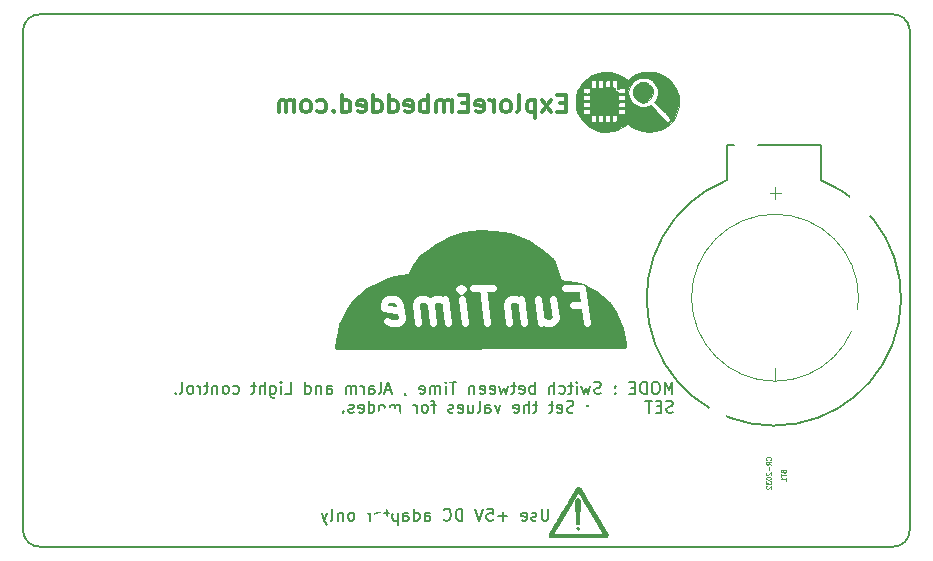
<source format=gbr>
G04 #@! TF.FileFunction,Legend,Bot*
%FSLAX46Y46*%
G04 Gerber Fmt 4.6, Leading zero omitted, Abs format (unit mm)*
G04 Created by KiCad (PCBNEW 4.0.1-stable) date 14-Oct-16 3:18:09 PM*
%MOMM*%
G01*
G04 APERTURE LIST*
%ADD10C,0.100000*%
%ADD11C,0.200000*%
%ADD12C,0.150000*%
%ADD13C,0.300000*%
%ADD14C,0.203200*%
%ADD15C,0.101600*%
%ADD16C,0.002540*%
%ADD17C,0.088900*%
%ADD18C,0.254000*%
%ADD19C,0.600000*%
%ADD20R,2.432000X2.432000*%
%ADD21C,2.400000*%
%ADD22R,1.700000X1.700000*%
%ADD23C,1.700000*%
%ADD24R,2.432000X2.127200*%
%ADD25O,2.432000X2.127200*%
%ADD26C,2.398980*%
%ADD27C,2.348180*%
%ADD28C,5.200600*%
%ADD29R,5.200600X5.200600*%
%ADD30R,2.398980X2.398980*%
%ADD31R,2.400000X2.400000*%
%ADD32O,2.000000X2.000000*%
%ADD33C,1.400760*%
%ADD34O,2.099260X3.900120*%
%ADD35R,2.000000X2.000000*%
%ADD36C,2.000000*%
%ADD37C,2.100000*%
%ADD38C,3.600000*%
G04 APERTURE END LIST*
D10*
D11*
X227444965Y-62098281D02*
X227444965Y-61098281D01*
X227111631Y-61812567D01*
X226778298Y-61098281D01*
X226778298Y-62098281D01*
X226111632Y-61098281D02*
X225921155Y-61098281D01*
X225825917Y-61145900D01*
X225730679Y-61241138D01*
X225683060Y-61431614D01*
X225683060Y-61764948D01*
X225730679Y-61955424D01*
X225825917Y-62050662D01*
X225921155Y-62098281D01*
X226111632Y-62098281D01*
X226206870Y-62050662D01*
X226302108Y-61955424D01*
X226349727Y-61764948D01*
X226349727Y-61431614D01*
X226302108Y-61241138D01*
X226206870Y-61145900D01*
X226111632Y-61098281D01*
X225254489Y-62098281D02*
X225254489Y-61098281D01*
X225016394Y-61098281D01*
X224873536Y-61145900D01*
X224778298Y-61241138D01*
X224730679Y-61336376D01*
X224683060Y-61526852D01*
X224683060Y-61669710D01*
X224730679Y-61860186D01*
X224778298Y-61955424D01*
X224873536Y-62050662D01*
X225016394Y-62098281D01*
X225254489Y-62098281D01*
X224254489Y-61574471D02*
X223921155Y-61574471D01*
X223778298Y-62098281D02*
X224254489Y-62098281D01*
X224254489Y-61098281D01*
X223778298Y-61098281D01*
X222587822Y-62003043D02*
X222540203Y-62050662D01*
X222587822Y-62098281D01*
X222635441Y-62050662D01*
X222587822Y-62003043D01*
X222587822Y-62098281D01*
X222587822Y-61479233D02*
X222540203Y-61526852D01*
X222587822Y-61574471D01*
X222635441Y-61526852D01*
X222587822Y-61479233D01*
X222587822Y-61574471D01*
X221397346Y-62050662D02*
X221254489Y-62098281D01*
X221016393Y-62098281D01*
X220921155Y-62050662D01*
X220873536Y-62003043D01*
X220825917Y-61907805D01*
X220825917Y-61812567D01*
X220873536Y-61717329D01*
X220921155Y-61669710D01*
X221016393Y-61622090D01*
X221206870Y-61574471D01*
X221302108Y-61526852D01*
X221349727Y-61479233D01*
X221397346Y-61383995D01*
X221397346Y-61288757D01*
X221349727Y-61193519D01*
X221302108Y-61145900D01*
X221206870Y-61098281D01*
X220968774Y-61098281D01*
X220825917Y-61145900D01*
X220492584Y-61431614D02*
X220302108Y-62098281D01*
X220111631Y-61622090D01*
X219921155Y-62098281D01*
X219730679Y-61431614D01*
X219349727Y-62098281D02*
X219349727Y-61431614D01*
X219349727Y-61098281D02*
X219397346Y-61145900D01*
X219349727Y-61193519D01*
X219302108Y-61145900D01*
X219349727Y-61098281D01*
X219349727Y-61193519D01*
X219016394Y-61431614D02*
X218635442Y-61431614D01*
X218873537Y-61098281D02*
X218873537Y-61955424D01*
X218825918Y-62050662D01*
X218730680Y-62098281D01*
X218635442Y-62098281D01*
X217873536Y-62050662D02*
X217968774Y-62098281D01*
X218159251Y-62098281D01*
X218254489Y-62050662D01*
X218302108Y-62003043D01*
X218349727Y-61907805D01*
X218349727Y-61622090D01*
X218302108Y-61526852D01*
X218254489Y-61479233D01*
X218159251Y-61431614D01*
X217968774Y-61431614D01*
X217873536Y-61479233D01*
X217444965Y-62098281D02*
X217444965Y-61098281D01*
X217016393Y-62098281D02*
X217016393Y-61574471D01*
X217064012Y-61479233D01*
X217159250Y-61431614D01*
X217302108Y-61431614D01*
X217397346Y-61479233D01*
X217444965Y-61526852D01*
X215778298Y-62098281D02*
X215778298Y-61098281D01*
X215778298Y-61479233D02*
X215683060Y-61431614D01*
X215492583Y-61431614D01*
X215397345Y-61479233D01*
X215349726Y-61526852D01*
X215302107Y-61622090D01*
X215302107Y-61907805D01*
X215349726Y-62003043D01*
X215397345Y-62050662D01*
X215492583Y-62098281D01*
X215683060Y-62098281D01*
X215778298Y-62050662D01*
X214492583Y-62050662D02*
X214587821Y-62098281D01*
X214778298Y-62098281D01*
X214873536Y-62050662D01*
X214921155Y-61955424D01*
X214921155Y-61574471D01*
X214873536Y-61479233D01*
X214778298Y-61431614D01*
X214587821Y-61431614D01*
X214492583Y-61479233D01*
X214444964Y-61574471D01*
X214444964Y-61669710D01*
X214921155Y-61764948D01*
X214159250Y-61431614D02*
X213778298Y-61431614D01*
X214016393Y-61098281D02*
X214016393Y-61955424D01*
X213968774Y-62050662D01*
X213873536Y-62098281D01*
X213778298Y-62098281D01*
X213540202Y-61431614D02*
X213349726Y-62098281D01*
X213159249Y-61622090D01*
X212968773Y-62098281D01*
X212778297Y-61431614D01*
X212016392Y-62050662D02*
X212111630Y-62098281D01*
X212302107Y-62098281D01*
X212397345Y-62050662D01*
X212444964Y-61955424D01*
X212444964Y-61574471D01*
X212397345Y-61479233D01*
X212302107Y-61431614D01*
X212111630Y-61431614D01*
X212016392Y-61479233D01*
X211968773Y-61574471D01*
X211968773Y-61669710D01*
X212444964Y-61764948D01*
X211159249Y-62050662D02*
X211254487Y-62098281D01*
X211444964Y-62098281D01*
X211540202Y-62050662D01*
X211587821Y-61955424D01*
X211587821Y-61574471D01*
X211540202Y-61479233D01*
X211444964Y-61431614D01*
X211254487Y-61431614D01*
X211159249Y-61479233D01*
X211111630Y-61574471D01*
X211111630Y-61669710D01*
X211587821Y-61764948D01*
X210683059Y-61431614D02*
X210683059Y-62098281D01*
X210683059Y-61526852D02*
X210635440Y-61479233D01*
X210540202Y-61431614D01*
X210397344Y-61431614D01*
X210302106Y-61479233D01*
X210254487Y-61574471D01*
X210254487Y-62098281D01*
X209159249Y-61098281D02*
X208587820Y-61098281D01*
X208873535Y-62098281D02*
X208873535Y-61098281D01*
X208254487Y-62098281D02*
X208254487Y-61431614D01*
X208254487Y-61098281D02*
X208302106Y-61145900D01*
X208254487Y-61193519D01*
X208206868Y-61145900D01*
X208254487Y-61098281D01*
X208254487Y-61193519D01*
X207778297Y-62098281D02*
X207778297Y-61431614D01*
X207778297Y-61526852D02*
X207730678Y-61479233D01*
X207635440Y-61431614D01*
X207492582Y-61431614D01*
X207397344Y-61479233D01*
X207349725Y-61574471D01*
X207349725Y-62098281D01*
X207349725Y-61574471D02*
X207302106Y-61479233D01*
X207206868Y-61431614D01*
X207064011Y-61431614D01*
X206968773Y-61479233D01*
X206921154Y-61574471D01*
X206921154Y-62098281D01*
X206064011Y-62050662D02*
X206159249Y-62098281D01*
X206349726Y-62098281D01*
X206444964Y-62050662D01*
X206492583Y-61955424D01*
X206492583Y-61574471D01*
X206444964Y-61479233D01*
X206349726Y-61431614D01*
X206159249Y-61431614D01*
X206064011Y-61479233D01*
X206016392Y-61574471D01*
X206016392Y-61669710D01*
X206492583Y-61764948D01*
X204778297Y-62050662D02*
X204778297Y-62098281D01*
X204825916Y-62193519D01*
X204873535Y-62241138D01*
X203635440Y-61812567D02*
X203159249Y-61812567D01*
X203730678Y-62098281D02*
X203397345Y-61098281D01*
X203064011Y-62098281D01*
X202587821Y-62098281D02*
X202683059Y-62050662D01*
X202730678Y-61955424D01*
X202730678Y-61098281D01*
X201778296Y-62098281D02*
X201778296Y-61574471D01*
X201825915Y-61479233D01*
X201921153Y-61431614D01*
X202111630Y-61431614D01*
X202206868Y-61479233D01*
X201778296Y-62050662D02*
X201873534Y-62098281D01*
X202111630Y-62098281D01*
X202206868Y-62050662D01*
X202254487Y-61955424D01*
X202254487Y-61860186D01*
X202206868Y-61764948D01*
X202111630Y-61717329D01*
X201873534Y-61717329D01*
X201778296Y-61669710D01*
X201302106Y-62098281D02*
X201302106Y-61431614D01*
X201302106Y-61622090D02*
X201254487Y-61526852D01*
X201206868Y-61479233D01*
X201111630Y-61431614D01*
X201016391Y-61431614D01*
X200683058Y-62098281D02*
X200683058Y-61431614D01*
X200683058Y-61526852D02*
X200635439Y-61479233D01*
X200540201Y-61431614D01*
X200397343Y-61431614D01*
X200302105Y-61479233D01*
X200254486Y-61574471D01*
X200254486Y-62098281D01*
X200254486Y-61574471D02*
X200206867Y-61479233D01*
X200111629Y-61431614D01*
X199968772Y-61431614D01*
X199873534Y-61479233D01*
X199825915Y-61574471D01*
X199825915Y-62098281D01*
X198159248Y-62098281D02*
X198159248Y-61574471D01*
X198206867Y-61479233D01*
X198302105Y-61431614D01*
X198492582Y-61431614D01*
X198587820Y-61479233D01*
X198159248Y-62050662D02*
X198254486Y-62098281D01*
X198492582Y-62098281D01*
X198587820Y-62050662D01*
X198635439Y-61955424D01*
X198635439Y-61860186D01*
X198587820Y-61764948D01*
X198492582Y-61717329D01*
X198254486Y-61717329D01*
X198159248Y-61669710D01*
X197683058Y-61431614D02*
X197683058Y-62098281D01*
X197683058Y-61526852D02*
X197635439Y-61479233D01*
X197540201Y-61431614D01*
X197397343Y-61431614D01*
X197302105Y-61479233D01*
X197254486Y-61574471D01*
X197254486Y-62098281D01*
X196349724Y-62098281D02*
X196349724Y-61098281D01*
X196349724Y-62050662D02*
X196444962Y-62098281D01*
X196635439Y-62098281D01*
X196730677Y-62050662D01*
X196778296Y-62003043D01*
X196825915Y-61907805D01*
X196825915Y-61622090D01*
X196778296Y-61526852D01*
X196730677Y-61479233D01*
X196635439Y-61431614D01*
X196444962Y-61431614D01*
X196349724Y-61479233D01*
X194635438Y-62098281D02*
X195111629Y-62098281D01*
X195111629Y-61098281D01*
X194302105Y-62098281D02*
X194302105Y-61431614D01*
X194302105Y-61098281D02*
X194349724Y-61145900D01*
X194302105Y-61193519D01*
X194254486Y-61145900D01*
X194302105Y-61098281D01*
X194302105Y-61193519D01*
X193397343Y-61431614D02*
X193397343Y-62241138D01*
X193444962Y-62336376D01*
X193492581Y-62383995D01*
X193587820Y-62431614D01*
X193730677Y-62431614D01*
X193825915Y-62383995D01*
X193397343Y-62050662D02*
X193492581Y-62098281D01*
X193683058Y-62098281D01*
X193778296Y-62050662D01*
X193825915Y-62003043D01*
X193873534Y-61907805D01*
X193873534Y-61622090D01*
X193825915Y-61526852D01*
X193778296Y-61479233D01*
X193683058Y-61431614D01*
X193492581Y-61431614D01*
X193397343Y-61479233D01*
X192921153Y-62098281D02*
X192921153Y-61098281D01*
X192492581Y-62098281D02*
X192492581Y-61574471D01*
X192540200Y-61479233D01*
X192635438Y-61431614D01*
X192778296Y-61431614D01*
X192873534Y-61479233D01*
X192921153Y-61526852D01*
X192159248Y-61431614D02*
X191778296Y-61431614D01*
X192016391Y-61098281D02*
X192016391Y-61955424D01*
X191968772Y-62050662D01*
X191873534Y-62098281D01*
X191778296Y-62098281D01*
X190254485Y-62050662D02*
X190349723Y-62098281D01*
X190540200Y-62098281D01*
X190635438Y-62050662D01*
X190683057Y-62003043D01*
X190730676Y-61907805D01*
X190730676Y-61622090D01*
X190683057Y-61526852D01*
X190635438Y-61479233D01*
X190540200Y-61431614D01*
X190349723Y-61431614D01*
X190254485Y-61479233D01*
X189683057Y-62098281D02*
X189778295Y-62050662D01*
X189825914Y-62003043D01*
X189873533Y-61907805D01*
X189873533Y-61622090D01*
X189825914Y-61526852D01*
X189778295Y-61479233D01*
X189683057Y-61431614D01*
X189540199Y-61431614D01*
X189444961Y-61479233D01*
X189397342Y-61526852D01*
X189349723Y-61622090D01*
X189349723Y-61907805D01*
X189397342Y-62003043D01*
X189444961Y-62050662D01*
X189540199Y-62098281D01*
X189683057Y-62098281D01*
X188921152Y-61431614D02*
X188921152Y-62098281D01*
X188921152Y-61526852D02*
X188873533Y-61479233D01*
X188778295Y-61431614D01*
X188635437Y-61431614D01*
X188540199Y-61479233D01*
X188492580Y-61574471D01*
X188492580Y-62098281D01*
X188159247Y-61431614D02*
X187778295Y-61431614D01*
X188016390Y-61098281D02*
X188016390Y-61955424D01*
X187968771Y-62050662D01*
X187873533Y-62098281D01*
X187778295Y-62098281D01*
X187444961Y-62098281D02*
X187444961Y-61431614D01*
X187444961Y-61622090D02*
X187397342Y-61526852D01*
X187349723Y-61479233D01*
X187254485Y-61431614D01*
X187159246Y-61431614D01*
X186683056Y-62098281D02*
X186778294Y-62050662D01*
X186825913Y-62003043D01*
X186873532Y-61907805D01*
X186873532Y-61622090D01*
X186825913Y-61526852D01*
X186778294Y-61479233D01*
X186683056Y-61431614D01*
X186540198Y-61431614D01*
X186444960Y-61479233D01*
X186397341Y-61526852D01*
X186349722Y-61622090D01*
X186349722Y-61907805D01*
X186397341Y-62003043D01*
X186444960Y-62050662D01*
X186540198Y-62098281D01*
X186683056Y-62098281D01*
X185778294Y-62098281D02*
X185873532Y-62050662D01*
X185921151Y-61955424D01*
X185921151Y-61098281D01*
X185397341Y-62003043D02*
X185349722Y-62050662D01*
X185397341Y-62098281D01*
X185444960Y-62050662D01*
X185397341Y-62003043D01*
X185397341Y-62098281D01*
X227492584Y-63650662D02*
X227349727Y-63698281D01*
X227111631Y-63698281D01*
X227016393Y-63650662D01*
X226968774Y-63603043D01*
X226921155Y-63507805D01*
X226921155Y-63412567D01*
X226968774Y-63317329D01*
X227016393Y-63269710D01*
X227111631Y-63222090D01*
X227302108Y-63174471D01*
X227397346Y-63126852D01*
X227444965Y-63079233D01*
X227492584Y-62983995D01*
X227492584Y-62888757D01*
X227444965Y-62793519D01*
X227397346Y-62745900D01*
X227302108Y-62698281D01*
X227064012Y-62698281D01*
X226921155Y-62745900D01*
X226492584Y-63174471D02*
X226159250Y-63174471D01*
X226016393Y-63698281D02*
X226492584Y-63698281D01*
X226492584Y-62698281D01*
X226016393Y-62698281D01*
X225730679Y-62698281D02*
X225159250Y-62698281D01*
X225444965Y-63698281D02*
X225444965Y-62698281D01*
X220254487Y-63603043D02*
X220206868Y-63650662D01*
X220254487Y-63698281D01*
X220302106Y-63650662D01*
X220254487Y-63603043D01*
X220254487Y-63698281D01*
X220254487Y-63079233D02*
X220206868Y-63126852D01*
X220254487Y-63174471D01*
X220302106Y-63126852D01*
X220254487Y-63079233D01*
X220254487Y-63174471D01*
X219064011Y-63650662D02*
X218921154Y-63698281D01*
X218683058Y-63698281D01*
X218587820Y-63650662D01*
X218540201Y-63603043D01*
X218492582Y-63507805D01*
X218492582Y-63412567D01*
X218540201Y-63317329D01*
X218587820Y-63269710D01*
X218683058Y-63222090D01*
X218873535Y-63174471D01*
X218968773Y-63126852D01*
X219016392Y-63079233D01*
X219064011Y-62983995D01*
X219064011Y-62888757D01*
X219016392Y-62793519D01*
X218968773Y-62745900D01*
X218873535Y-62698281D01*
X218635439Y-62698281D01*
X218492582Y-62745900D01*
X217683058Y-63650662D02*
X217778296Y-63698281D01*
X217968773Y-63698281D01*
X218064011Y-63650662D01*
X218111630Y-63555424D01*
X218111630Y-63174471D01*
X218064011Y-63079233D01*
X217968773Y-63031614D01*
X217778296Y-63031614D01*
X217683058Y-63079233D01*
X217635439Y-63174471D01*
X217635439Y-63269710D01*
X218111630Y-63364948D01*
X217349725Y-63031614D02*
X216968773Y-63031614D01*
X217206868Y-62698281D02*
X217206868Y-63555424D01*
X217159249Y-63650662D01*
X217064011Y-63698281D01*
X216968773Y-63698281D01*
X216016391Y-63031614D02*
X215635439Y-63031614D01*
X215873534Y-62698281D02*
X215873534Y-63555424D01*
X215825915Y-63650662D01*
X215730677Y-63698281D01*
X215635439Y-63698281D01*
X215302105Y-63698281D02*
X215302105Y-62698281D01*
X214873533Y-63698281D02*
X214873533Y-63174471D01*
X214921152Y-63079233D01*
X215016390Y-63031614D01*
X215159248Y-63031614D01*
X215254486Y-63079233D01*
X215302105Y-63126852D01*
X214016390Y-63650662D02*
X214111628Y-63698281D01*
X214302105Y-63698281D01*
X214397343Y-63650662D01*
X214444962Y-63555424D01*
X214444962Y-63174471D01*
X214397343Y-63079233D01*
X214302105Y-63031614D01*
X214111628Y-63031614D01*
X214016390Y-63079233D01*
X213968771Y-63174471D01*
X213968771Y-63269710D01*
X214444962Y-63364948D01*
X212873533Y-63031614D02*
X212635438Y-63698281D01*
X212397342Y-63031614D01*
X211587818Y-63698281D02*
X211587818Y-63174471D01*
X211635437Y-63079233D01*
X211730675Y-63031614D01*
X211921152Y-63031614D01*
X212016390Y-63079233D01*
X211587818Y-63650662D02*
X211683056Y-63698281D01*
X211921152Y-63698281D01*
X212016390Y-63650662D01*
X212064009Y-63555424D01*
X212064009Y-63460186D01*
X212016390Y-63364948D01*
X211921152Y-63317329D01*
X211683056Y-63317329D01*
X211587818Y-63269710D01*
X210968771Y-63698281D02*
X211064009Y-63650662D01*
X211111628Y-63555424D01*
X211111628Y-62698281D01*
X210159246Y-63031614D02*
X210159246Y-63698281D01*
X210587818Y-63031614D02*
X210587818Y-63555424D01*
X210540199Y-63650662D01*
X210444961Y-63698281D01*
X210302103Y-63698281D01*
X210206865Y-63650662D01*
X210159246Y-63603043D01*
X209302103Y-63650662D02*
X209397341Y-63698281D01*
X209587818Y-63698281D01*
X209683056Y-63650662D01*
X209730675Y-63555424D01*
X209730675Y-63174471D01*
X209683056Y-63079233D01*
X209587818Y-63031614D01*
X209397341Y-63031614D01*
X209302103Y-63079233D01*
X209254484Y-63174471D01*
X209254484Y-63269710D01*
X209730675Y-63364948D01*
X208873532Y-63650662D02*
X208778294Y-63698281D01*
X208587818Y-63698281D01*
X208492579Y-63650662D01*
X208444960Y-63555424D01*
X208444960Y-63507805D01*
X208492579Y-63412567D01*
X208587818Y-63364948D01*
X208730675Y-63364948D01*
X208825913Y-63317329D01*
X208873532Y-63222090D01*
X208873532Y-63174471D01*
X208825913Y-63079233D01*
X208730675Y-63031614D01*
X208587818Y-63031614D01*
X208492579Y-63079233D01*
X207397341Y-63031614D02*
X207016389Y-63031614D01*
X207254484Y-63698281D02*
X207254484Y-62841138D01*
X207206865Y-62745900D01*
X207111627Y-62698281D01*
X207016389Y-62698281D01*
X206540198Y-63698281D02*
X206635436Y-63650662D01*
X206683055Y-63603043D01*
X206730674Y-63507805D01*
X206730674Y-63222090D01*
X206683055Y-63126852D01*
X206635436Y-63079233D01*
X206540198Y-63031614D01*
X206397340Y-63031614D01*
X206302102Y-63079233D01*
X206254483Y-63126852D01*
X206206864Y-63222090D01*
X206206864Y-63507805D01*
X206254483Y-63603043D01*
X206302102Y-63650662D01*
X206397340Y-63698281D01*
X206540198Y-63698281D01*
X205778293Y-63698281D02*
X205778293Y-63031614D01*
X205778293Y-63222090D02*
X205730674Y-63126852D01*
X205683055Y-63079233D01*
X205587817Y-63031614D01*
X205492578Y-63031614D01*
X204397340Y-63698281D02*
X204397340Y-63031614D01*
X204397340Y-63126852D02*
X204349721Y-63079233D01*
X204254483Y-63031614D01*
X204111625Y-63031614D01*
X204016387Y-63079233D01*
X203968768Y-63174471D01*
X203968768Y-63698281D01*
X203968768Y-63174471D02*
X203921149Y-63079233D01*
X203825911Y-63031614D01*
X203683054Y-63031614D01*
X203587816Y-63079233D01*
X203540197Y-63174471D01*
X203540197Y-63698281D01*
X202921150Y-63698281D02*
X203016388Y-63650662D01*
X203064007Y-63603043D01*
X203111626Y-63507805D01*
X203111626Y-63222090D01*
X203064007Y-63126852D01*
X203016388Y-63079233D01*
X202921150Y-63031614D01*
X202778292Y-63031614D01*
X202683054Y-63079233D01*
X202635435Y-63126852D01*
X202587816Y-63222090D01*
X202587816Y-63507805D01*
X202635435Y-63603043D01*
X202683054Y-63650662D01*
X202778292Y-63698281D01*
X202921150Y-63698281D01*
X201730673Y-63698281D02*
X201730673Y-62698281D01*
X201730673Y-63650662D02*
X201825911Y-63698281D01*
X202016388Y-63698281D01*
X202111626Y-63650662D01*
X202159245Y-63603043D01*
X202206864Y-63507805D01*
X202206864Y-63222090D01*
X202159245Y-63126852D01*
X202111626Y-63079233D01*
X202016388Y-63031614D01*
X201825911Y-63031614D01*
X201730673Y-63079233D01*
X200873530Y-63650662D02*
X200968768Y-63698281D01*
X201159245Y-63698281D01*
X201254483Y-63650662D01*
X201302102Y-63555424D01*
X201302102Y-63174471D01*
X201254483Y-63079233D01*
X201159245Y-63031614D01*
X200968768Y-63031614D01*
X200873530Y-63079233D01*
X200825911Y-63174471D01*
X200825911Y-63269710D01*
X201302102Y-63364948D01*
X200444959Y-63650662D02*
X200349721Y-63698281D01*
X200159245Y-63698281D01*
X200064006Y-63650662D01*
X200016387Y-63555424D01*
X200016387Y-63507805D01*
X200064006Y-63412567D01*
X200159245Y-63364948D01*
X200302102Y-63364948D01*
X200397340Y-63317329D01*
X200444959Y-63222090D01*
X200444959Y-63174471D01*
X200397340Y-63079233D01*
X200302102Y-63031614D01*
X200159245Y-63031614D01*
X200064006Y-63079233D01*
X199587816Y-63603043D02*
X199540197Y-63650662D01*
X199587816Y-63698281D01*
X199635435Y-63650662D01*
X199587816Y-63603043D01*
X199587816Y-63698281D01*
X216933140Y-71842381D02*
X216933140Y-72651905D01*
X216885521Y-72747143D01*
X216837902Y-72794762D01*
X216742664Y-72842381D01*
X216552187Y-72842381D01*
X216456949Y-72794762D01*
X216409330Y-72747143D01*
X216361711Y-72651905D01*
X216361711Y-71842381D01*
X215933140Y-72794762D02*
X215837902Y-72842381D01*
X215647426Y-72842381D01*
X215552187Y-72794762D01*
X215504568Y-72699524D01*
X215504568Y-72651905D01*
X215552187Y-72556667D01*
X215647426Y-72509048D01*
X215790283Y-72509048D01*
X215885521Y-72461429D01*
X215933140Y-72366190D01*
X215933140Y-72318571D01*
X215885521Y-72223333D01*
X215790283Y-72175714D01*
X215647426Y-72175714D01*
X215552187Y-72223333D01*
X214695044Y-72794762D02*
X214790282Y-72842381D01*
X214980759Y-72842381D01*
X215075997Y-72794762D01*
X215123616Y-72699524D01*
X215123616Y-72318571D01*
X215075997Y-72223333D01*
X214980759Y-72175714D01*
X214790282Y-72175714D01*
X214695044Y-72223333D01*
X214647425Y-72318571D01*
X214647425Y-72413810D01*
X215123616Y-72509048D01*
X213456949Y-72461429D02*
X212695044Y-72461429D01*
X213075996Y-72842381D02*
X213075996Y-72080476D01*
X211742663Y-71842381D02*
X212218854Y-71842381D01*
X212266473Y-72318571D01*
X212218854Y-72270952D01*
X212123616Y-72223333D01*
X211885520Y-72223333D01*
X211790282Y-72270952D01*
X211742663Y-72318571D01*
X211695044Y-72413810D01*
X211695044Y-72651905D01*
X211742663Y-72747143D01*
X211790282Y-72794762D01*
X211885520Y-72842381D01*
X212123616Y-72842381D01*
X212218854Y-72794762D01*
X212266473Y-72747143D01*
X211409330Y-71842381D02*
X211075997Y-72842381D01*
X210742663Y-71842381D01*
X209647425Y-72842381D02*
X209647425Y-71842381D01*
X209409330Y-71842381D01*
X209266472Y-71890000D01*
X209171234Y-71985238D01*
X209123615Y-72080476D01*
X209075996Y-72270952D01*
X209075996Y-72413810D01*
X209123615Y-72604286D01*
X209171234Y-72699524D01*
X209266472Y-72794762D01*
X209409330Y-72842381D01*
X209647425Y-72842381D01*
X208075996Y-72747143D02*
X208123615Y-72794762D01*
X208266472Y-72842381D01*
X208361710Y-72842381D01*
X208504568Y-72794762D01*
X208599806Y-72699524D01*
X208647425Y-72604286D01*
X208695044Y-72413810D01*
X208695044Y-72270952D01*
X208647425Y-72080476D01*
X208599806Y-71985238D01*
X208504568Y-71890000D01*
X208361710Y-71842381D01*
X208266472Y-71842381D01*
X208123615Y-71890000D01*
X208075996Y-71937619D01*
X206456948Y-72842381D02*
X206456948Y-72318571D01*
X206504567Y-72223333D01*
X206599805Y-72175714D01*
X206790282Y-72175714D01*
X206885520Y-72223333D01*
X206456948Y-72794762D02*
X206552186Y-72842381D01*
X206790282Y-72842381D01*
X206885520Y-72794762D01*
X206933139Y-72699524D01*
X206933139Y-72604286D01*
X206885520Y-72509048D01*
X206790282Y-72461429D01*
X206552186Y-72461429D01*
X206456948Y-72413810D01*
X205552186Y-72842381D02*
X205552186Y-71842381D01*
X205552186Y-72794762D02*
X205647424Y-72842381D01*
X205837901Y-72842381D01*
X205933139Y-72794762D01*
X205980758Y-72747143D01*
X206028377Y-72651905D01*
X206028377Y-72366190D01*
X205980758Y-72270952D01*
X205933139Y-72223333D01*
X205837901Y-72175714D01*
X205647424Y-72175714D01*
X205552186Y-72223333D01*
X204647424Y-72842381D02*
X204647424Y-72318571D01*
X204695043Y-72223333D01*
X204790281Y-72175714D01*
X204980758Y-72175714D01*
X205075996Y-72223333D01*
X204647424Y-72794762D02*
X204742662Y-72842381D01*
X204980758Y-72842381D01*
X205075996Y-72794762D01*
X205123615Y-72699524D01*
X205123615Y-72604286D01*
X205075996Y-72509048D01*
X204980758Y-72461429D01*
X204742662Y-72461429D01*
X204647424Y-72413810D01*
X204171234Y-72175714D02*
X204171234Y-73175714D01*
X204171234Y-72223333D02*
X204075996Y-72175714D01*
X203885519Y-72175714D01*
X203790281Y-72223333D01*
X203742662Y-72270952D01*
X203695043Y-72366190D01*
X203695043Y-72651905D01*
X203742662Y-72747143D01*
X203790281Y-72794762D01*
X203885519Y-72842381D01*
X204075996Y-72842381D01*
X204171234Y-72794762D01*
X203409329Y-72175714D02*
X203028377Y-72175714D01*
X203266472Y-71842381D02*
X203266472Y-72699524D01*
X203218853Y-72794762D01*
X203123615Y-72842381D01*
X203028377Y-72842381D01*
X202314090Y-72794762D02*
X202409328Y-72842381D01*
X202599805Y-72842381D01*
X202695043Y-72794762D01*
X202742662Y-72699524D01*
X202742662Y-72318571D01*
X202695043Y-72223333D01*
X202599805Y-72175714D01*
X202409328Y-72175714D01*
X202314090Y-72223333D01*
X202266471Y-72318571D01*
X202266471Y-72413810D01*
X202742662Y-72509048D01*
X201837900Y-72842381D02*
X201837900Y-72175714D01*
X201837900Y-72366190D02*
X201790281Y-72270952D01*
X201742662Y-72223333D01*
X201647424Y-72175714D01*
X201552185Y-72175714D01*
X200314090Y-72842381D02*
X200409328Y-72794762D01*
X200456947Y-72747143D01*
X200504566Y-72651905D01*
X200504566Y-72366190D01*
X200456947Y-72270952D01*
X200409328Y-72223333D01*
X200314090Y-72175714D01*
X200171232Y-72175714D01*
X200075994Y-72223333D01*
X200028375Y-72270952D01*
X199980756Y-72366190D01*
X199980756Y-72651905D01*
X200028375Y-72747143D01*
X200075994Y-72794762D01*
X200171232Y-72842381D01*
X200314090Y-72842381D01*
X199552185Y-72175714D02*
X199552185Y-72842381D01*
X199552185Y-72270952D02*
X199504566Y-72223333D01*
X199409328Y-72175714D01*
X199266470Y-72175714D01*
X199171232Y-72223333D01*
X199123613Y-72318571D01*
X199123613Y-72842381D01*
X198504566Y-72842381D02*
X198599804Y-72794762D01*
X198647423Y-72699524D01*
X198647423Y-71842381D01*
X198218851Y-72175714D02*
X197980756Y-72842381D01*
X197742660Y-72175714D02*
X197980756Y-72842381D01*
X198075994Y-73080476D01*
X198123613Y-73128095D01*
X198218851Y-73175714D01*
D12*
X172466000Y-73787000D02*
X172466000Y-31242000D01*
X246126000Y-75057000D02*
X173990000Y-75057000D01*
X247523000Y-31242000D02*
X247523000Y-73660000D01*
X173990000Y-29972000D02*
X245999000Y-29972000D01*
X173990000Y-29972000D02*
G75*
G03X172466000Y-31242000I-127000J-1397000D01*
G01*
X247523000Y-31242000D02*
G75*
G03X245999000Y-29972000I-1397000J-127000D01*
G01*
X246126000Y-75057000D02*
G75*
G03X247523000Y-73660000I0J1397000D01*
G01*
X172466000Y-73787000D02*
G75*
G03X173990000Y-75057000I1397000J127000D01*
G01*
D13*
X218390857Y-37484857D02*
X217890857Y-37484857D01*
X217676571Y-38270571D02*
X218390857Y-38270571D01*
X218390857Y-36770571D01*
X217676571Y-36770571D01*
X217176571Y-38270571D02*
X216390857Y-37270571D01*
X217176571Y-37270571D02*
X216390857Y-38270571D01*
X215819428Y-37270571D02*
X215819428Y-38770571D01*
X215819428Y-37342000D02*
X215676571Y-37270571D01*
X215390857Y-37270571D01*
X215248000Y-37342000D01*
X215176571Y-37413429D01*
X215105142Y-37556286D01*
X215105142Y-37984857D01*
X215176571Y-38127714D01*
X215248000Y-38199143D01*
X215390857Y-38270571D01*
X215676571Y-38270571D01*
X215819428Y-38199143D01*
X214247999Y-38270571D02*
X214390857Y-38199143D01*
X214462285Y-38056286D01*
X214462285Y-36770571D01*
X213462285Y-38270571D02*
X213605143Y-38199143D01*
X213676571Y-38127714D01*
X213748000Y-37984857D01*
X213748000Y-37556286D01*
X213676571Y-37413429D01*
X213605143Y-37342000D01*
X213462285Y-37270571D01*
X213248000Y-37270571D01*
X213105143Y-37342000D01*
X213033714Y-37413429D01*
X212962285Y-37556286D01*
X212962285Y-37984857D01*
X213033714Y-38127714D01*
X213105143Y-38199143D01*
X213248000Y-38270571D01*
X213462285Y-38270571D01*
X212319428Y-38270571D02*
X212319428Y-37270571D01*
X212319428Y-37556286D02*
X212248000Y-37413429D01*
X212176571Y-37342000D01*
X212033714Y-37270571D01*
X211890857Y-37270571D01*
X210819429Y-38199143D02*
X210962286Y-38270571D01*
X211248000Y-38270571D01*
X211390857Y-38199143D01*
X211462286Y-38056286D01*
X211462286Y-37484857D01*
X211390857Y-37342000D01*
X211248000Y-37270571D01*
X210962286Y-37270571D01*
X210819429Y-37342000D01*
X210748000Y-37484857D01*
X210748000Y-37627714D01*
X211462286Y-37770571D01*
X210105143Y-37484857D02*
X209605143Y-37484857D01*
X209390857Y-38270571D02*
X210105143Y-38270571D01*
X210105143Y-36770571D01*
X209390857Y-36770571D01*
X208748000Y-38270571D02*
X208748000Y-37270571D01*
X208748000Y-37413429D02*
X208676572Y-37342000D01*
X208533714Y-37270571D01*
X208319429Y-37270571D01*
X208176572Y-37342000D01*
X208105143Y-37484857D01*
X208105143Y-38270571D01*
X208105143Y-37484857D02*
X208033714Y-37342000D01*
X207890857Y-37270571D01*
X207676572Y-37270571D01*
X207533714Y-37342000D01*
X207462286Y-37484857D01*
X207462286Y-38270571D01*
X206748000Y-38270571D02*
X206748000Y-36770571D01*
X206748000Y-37342000D02*
X206605143Y-37270571D01*
X206319429Y-37270571D01*
X206176572Y-37342000D01*
X206105143Y-37413429D01*
X206033714Y-37556286D01*
X206033714Y-37984857D01*
X206105143Y-38127714D01*
X206176572Y-38199143D01*
X206319429Y-38270571D01*
X206605143Y-38270571D01*
X206748000Y-38199143D01*
X204819429Y-38199143D02*
X204962286Y-38270571D01*
X205248000Y-38270571D01*
X205390857Y-38199143D01*
X205462286Y-38056286D01*
X205462286Y-37484857D01*
X205390857Y-37342000D01*
X205248000Y-37270571D01*
X204962286Y-37270571D01*
X204819429Y-37342000D01*
X204748000Y-37484857D01*
X204748000Y-37627714D01*
X205462286Y-37770571D01*
X203462286Y-38270571D02*
X203462286Y-36770571D01*
X203462286Y-38199143D02*
X203605143Y-38270571D01*
X203890857Y-38270571D01*
X204033715Y-38199143D01*
X204105143Y-38127714D01*
X204176572Y-37984857D01*
X204176572Y-37556286D01*
X204105143Y-37413429D01*
X204033715Y-37342000D01*
X203890857Y-37270571D01*
X203605143Y-37270571D01*
X203462286Y-37342000D01*
X202105143Y-38270571D02*
X202105143Y-36770571D01*
X202105143Y-38199143D02*
X202248000Y-38270571D01*
X202533714Y-38270571D01*
X202676572Y-38199143D01*
X202748000Y-38127714D01*
X202819429Y-37984857D01*
X202819429Y-37556286D01*
X202748000Y-37413429D01*
X202676572Y-37342000D01*
X202533714Y-37270571D01*
X202248000Y-37270571D01*
X202105143Y-37342000D01*
X200819429Y-38199143D02*
X200962286Y-38270571D01*
X201248000Y-38270571D01*
X201390857Y-38199143D01*
X201462286Y-38056286D01*
X201462286Y-37484857D01*
X201390857Y-37342000D01*
X201248000Y-37270571D01*
X200962286Y-37270571D01*
X200819429Y-37342000D01*
X200748000Y-37484857D01*
X200748000Y-37627714D01*
X201462286Y-37770571D01*
X199462286Y-38270571D02*
X199462286Y-36770571D01*
X199462286Y-38199143D02*
X199605143Y-38270571D01*
X199890857Y-38270571D01*
X200033715Y-38199143D01*
X200105143Y-38127714D01*
X200176572Y-37984857D01*
X200176572Y-37556286D01*
X200105143Y-37413429D01*
X200033715Y-37342000D01*
X199890857Y-37270571D01*
X199605143Y-37270571D01*
X199462286Y-37342000D01*
X198748000Y-38127714D02*
X198676572Y-38199143D01*
X198748000Y-38270571D01*
X198819429Y-38199143D01*
X198748000Y-38127714D01*
X198748000Y-38270571D01*
X197390857Y-38199143D02*
X197533714Y-38270571D01*
X197819428Y-38270571D01*
X197962286Y-38199143D01*
X198033714Y-38127714D01*
X198105143Y-37984857D01*
X198105143Y-37556286D01*
X198033714Y-37413429D01*
X197962286Y-37342000D01*
X197819428Y-37270571D01*
X197533714Y-37270571D01*
X197390857Y-37342000D01*
X196533714Y-38270571D02*
X196676572Y-38199143D01*
X196748000Y-38127714D01*
X196819429Y-37984857D01*
X196819429Y-37556286D01*
X196748000Y-37413429D01*
X196676572Y-37342000D01*
X196533714Y-37270571D01*
X196319429Y-37270571D01*
X196176572Y-37342000D01*
X196105143Y-37413429D01*
X196033714Y-37556286D01*
X196033714Y-37984857D01*
X196105143Y-38127714D01*
X196176572Y-38199143D01*
X196319429Y-38270571D01*
X196533714Y-38270571D01*
X195390857Y-38270571D02*
X195390857Y-37270571D01*
X195390857Y-37413429D02*
X195319429Y-37342000D01*
X195176571Y-37270571D01*
X194962286Y-37270571D01*
X194819429Y-37342000D01*
X194748000Y-37484857D01*
X194748000Y-38270571D01*
X194748000Y-37484857D02*
X194676571Y-37342000D01*
X194533714Y-37270571D01*
X194319429Y-37270571D01*
X194176571Y-37342000D01*
X194105143Y-37484857D01*
X194105143Y-38270571D01*
D14*
X240027460Y-44030900D02*
X240027460Y-41031160D01*
X240027460Y-41031160D02*
X232031540Y-41031160D01*
X232031540Y-41031160D02*
X232031540Y-44030900D01*
D15*
X243197818Y-53972460D02*
G75*
G03X243197818Y-53972460I-7069258J0D01*
G01*
D14*
X240047917Y-44039102D02*
G75*
G02X232031540Y-44030900I-4018417J-9991778D01*
G01*
D16*
G36*
X219288360Y-37401500D02*
X219295980Y-37729160D01*
X219311220Y-37962840D01*
X219346780Y-38143180D01*
X219402660Y-38308280D01*
X219445840Y-38402260D01*
X219745560Y-38902640D01*
X219829380Y-38991540D01*
X219829380Y-36240720D01*
X220157040Y-36240720D01*
X220350080Y-36243260D01*
X220444060Y-36268660D01*
X220479620Y-36334700D01*
X220484700Y-36423600D01*
X220466920Y-36586160D01*
X220398340Y-36664900D01*
X220248480Y-36682680D01*
X220131640Y-36677600D01*
X219964000Y-36657280D01*
X219882720Y-36603940D01*
X219854780Y-36487100D01*
X219849700Y-36449000D01*
X219829380Y-36240720D01*
X219829380Y-38991540D01*
X219837000Y-39001700D01*
X219837000Y-38432740D01*
X219837000Y-38209220D01*
X219837000Y-37983160D01*
X219837000Y-37853620D01*
X219837000Y-37627560D01*
X219837000Y-37401500D01*
X219837000Y-37271960D01*
X219837000Y-37048440D01*
X219837000Y-36822380D01*
X220159580Y-36822380D01*
X220484700Y-36822380D01*
X220484700Y-37048440D01*
X220484700Y-37271960D01*
X220159580Y-37271960D01*
X219837000Y-37271960D01*
X219837000Y-37401500D01*
X220159580Y-37401500D01*
X220484700Y-37401500D01*
X220484700Y-37627560D01*
X220484700Y-37853620D01*
X220159580Y-37853620D01*
X219837000Y-37853620D01*
X219837000Y-37983160D01*
X220159580Y-37983160D01*
X220484700Y-37983160D01*
X220484700Y-38209220D01*
X220484700Y-38432740D01*
X220159580Y-38432740D01*
X219837000Y-38432740D01*
X219837000Y-39001700D01*
X220118940Y-39301420D01*
X220548200Y-39588440D01*
X220548200Y-38790880D01*
X220548200Y-36177220D01*
X220548200Y-35849560D01*
X220548200Y-35521900D01*
X220756480Y-35542220D01*
X220883480Y-35562540D01*
X220949520Y-35618420D01*
X220977460Y-35742880D01*
X220987620Y-35869880D01*
X221005400Y-36177220D01*
X220776800Y-36177220D01*
X220548200Y-36177220D01*
X220548200Y-38790880D01*
X220553280Y-38610540D01*
X220586300Y-38526720D01*
X220672660Y-38498780D01*
X220774260Y-38498780D01*
X220913960Y-38503860D01*
X220977460Y-38544500D01*
X220997780Y-38658800D01*
X220997780Y-38790880D01*
X220995240Y-38968680D01*
X220962220Y-39049960D01*
X220875860Y-39077900D01*
X220774260Y-39080440D01*
X220634560Y-39072820D01*
X220568520Y-39032180D01*
X220550740Y-38917880D01*
X220548200Y-38790880D01*
X220548200Y-39588440D01*
X220578680Y-39611300D01*
X220980000Y-39789100D01*
X221127320Y-39832280D01*
X221127320Y-38790880D01*
X221127320Y-36177220D01*
X221127320Y-35854640D01*
X221127320Y-35529520D01*
X221353380Y-35529520D01*
X221579440Y-35529520D01*
X221579440Y-35854640D01*
X221579440Y-36177220D01*
X221353380Y-36177220D01*
X221127320Y-36177220D01*
X221127320Y-38790880D01*
X221134940Y-38610540D01*
X221167960Y-38526720D01*
X221254320Y-38498780D01*
X221353380Y-38498780D01*
X221493080Y-38503860D01*
X221559120Y-38544500D01*
X221579440Y-38658800D01*
X221579440Y-38790880D01*
X221574360Y-38968680D01*
X221541340Y-39049960D01*
X221454980Y-39077900D01*
X221353380Y-39080440D01*
X221216220Y-39072820D01*
X221150180Y-39032180D01*
X221129860Y-38917880D01*
X221127320Y-38790880D01*
X221127320Y-39832280D01*
X221216220Y-39862760D01*
X221427040Y-39903400D01*
X221673420Y-39913560D01*
X221724220Y-39911020D01*
X221724220Y-38790880D01*
X221729300Y-38610540D01*
X221742000Y-38569900D01*
X221742000Y-35963860D01*
X221742000Y-35854640D01*
X221747080Y-35674300D01*
X221782640Y-35585400D01*
X221871540Y-35552380D01*
X221950280Y-35542220D01*
X222158560Y-35521900D01*
X222158560Y-35854640D01*
X222158560Y-36184840D01*
X221950280Y-36161980D01*
X221820740Y-36144200D01*
X221762320Y-36090860D01*
X221742000Y-35963860D01*
X221742000Y-38569900D01*
X221757240Y-38526720D01*
X221843600Y-38498780D01*
X221940120Y-38498780D01*
X222077280Y-38503860D01*
X222140780Y-38547040D01*
X222158560Y-38661340D01*
X222158560Y-38790880D01*
X222156020Y-38968680D01*
X222123000Y-39049960D01*
X222036640Y-39077900D01*
X221945200Y-39080440D01*
X221813120Y-39072820D01*
X221749620Y-39027100D01*
X221729300Y-38912800D01*
X221724220Y-38790880D01*
X221724220Y-39911020D01*
X221955360Y-39905940D01*
X222275400Y-39883080D01*
X222336360Y-39870380D01*
X222336360Y-38920420D01*
X222338900Y-38887400D01*
X222338900Y-35610800D01*
X222382080Y-35572700D01*
X222511620Y-35544760D01*
X222526860Y-35544760D01*
X222735140Y-35521900D01*
X222752920Y-35895280D01*
X222773240Y-36268660D01*
X222806260Y-36266120D01*
X222806260Y-35951160D01*
X222806260Y-35692080D01*
X222836740Y-35659060D01*
X222869760Y-35692080D01*
X222836740Y-35722560D01*
X222806260Y-35692080D01*
X222806260Y-35951160D01*
X222836740Y-35918140D01*
X222869760Y-35951160D01*
X222836740Y-35984180D01*
X222806260Y-35951160D01*
X222806260Y-36266120D01*
X223111060Y-36248340D01*
X223309180Y-36240720D01*
X223410780Y-36258500D01*
X223446340Y-36316920D01*
X223451420Y-36423600D01*
X223441260Y-36548060D01*
X223385380Y-36609020D01*
X223248220Y-36634420D01*
X223177100Y-36639500D01*
X222966280Y-36649660D01*
X222854520Y-36634420D01*
X222811340Y-36581080D01*
X222806260Y-36527740D01*
X222778320Y-36446460D01*
X222758000Y-36441380D01*
X222608140Y-36436300D01*
X222557340Y-36355020D01*
X222567500Y-36304220D01*
X222564960Y-36202620D01*
X222476060Y-36177220D01*
X222394780Y-36151820D01*
X222361760Y-36057840D01*
X222354140Y-35918140D01*
X222351600Y-35740340D01*
X222341440Y-35626040D01*
X222338900Y-35610800D01*
X222338900Y-38887400D01*
X222343980Y-38790880D01*
X222364300Y-38610540D01*
X222407480Y-38524180D01*
X222493840Y-38498780D01*
X222554800Y-38498780D01*
X222669100Y-38506400D01*
X222722440Y-38557200D01*
X222740220Y-38684200D01*
X222740220Y-38790880D01*
X222737680Y-38968680D01*
X222704660Y-39049960D01*
X222618300Y-39077900D01*
X222531940Y-39080440D01*
X222404940Y-39072820D01*
X222346520Y-39032180D01*
X222336360Y-38920420D01*
X222336360Y-39870380D01*
X222516700Y-39842440D01*
X222737680Y-39771320D01*
X222798640Y-39740840D01*
X222798640Y-36822380D01*
X223123760Y-36822380D01*
X223316800Y-36824920D01*
X223413320Y-36850320D01*
X223446340Y-36916360D01*
X223451420Y-37007800D01*
X223433640Y-37139880D01*
X223359980Y-37208460D01*
X223207580Y-37236400D01*
X223037400Y-37233860D01*
X222895160Y-37211000D01*
X222834200Y-37132260D01*
X222818960Y-37025580D01*
X222798640Y-36822380D01*
X222798640Y-39740840D01*
X222836740Y-39725600D01*
X222836740Y-38209220D01*
X222836740Y-37627560D01*
X222846900Y-37510720D01*
X222895160Y-37449760D01*
X223019620Y-37424360D01*
X223144080Y-37414200D01*
X223451420Y-37393880D01*
X223451420Y-37627560D01*
X223451420Y-37861240D01*
X223144080Y-37840920D01*
X222958660Y-37823140D01*
X222869760Y-37787580D01*
X222841820Y-37708840D01*
X222836740Y-37627560D01*
X222836740Y-38209220D01*
X222846900Y-38089840D01*
X222895160Y-38031420D01*
X223019620Y-38003480D01*
X223144080Y-37993320D01*
X223451420Y-37975540D01*
X223451420Y-38209220D01*
X223451420Y-38440360D01*
X223144080Y-38422580D01*
X222958660Y-38404800D01*
X222869760Y-38366700D01*
X222841820Y-38287960D01*
X222836740Y-38209220D01*
X222836740Y-39725600D01*
X222948500Y-39674800D01*
X223174560Y-39552880D01*
X223362520Y-39433500D01*
X223476820Y-39342060D01*
X223547940Y-39276020D01*
X223613980Y-39260780D01*
X223707960Y-39301420D01*
X223707960Y-36609020D01*
X223751140Y-36258500D01*
X223895920Y-35925760D01*
X224142300Y-35633660D01*
X224279460Y-35524440D01*
X224429320Y-35438080D01*
X224591880Y-35389820D01*
X224812860Y-35372040D01*
X224972880Y-35369500D01*
X225226880Y-35374580D01*
X225399600Y-35397440D01*
X225534220Y-35455860D01*
X225673920Y-35557460D01*
X225686620Y-35567620D01*
X225905060Y-35788600D01*
X226082860Y-36062920D01*
X226197160Y-36342320D01*
X226225100Y-36527740D01*
X226197160Y-36789360D01*
X226128580Y-37048440D01*
X226029520Y-37251640D01*
X225983800Y-37310060D01*
X225917760Y-37391340D01*
X225943160Y-37457380D01*
X226037140Y-37531040D01*
X226138740Y-37622480D01*
X226306380Y-37787580D01*
X226514660Y-38000940D01*
X226743260Y-38244780D01*
X226771200Y-38275260D01*
X227347780Y-38902640D01*
X227192840Y-39027100D01*
X227037900Y-39154100D01*
X226613720Y-38714680D01*
X226387660Y-38473380D01*
X226159060Y-38229540D01*
X225968560Y-38016180D01*
X225925380Y-37965380D01*
X225661220Y-37658040D01*
X225430080Y-37757100D01*
X225054160Y-37846000D01*
X224670620Y-37810440D01*
X224497900Y-37754560D01*
X224160080Y-37551360D01*
X223916240Y-37277040D01*
X223763840Y-36957000D01*
X223707960Y-36609020D01*
X223707960Y-39301420D01*
X223710500Y-39303960D01*
X223875600Y-39415720D01*
X223890840Y-39430960D01*
X224363280Y-39692580D01*
X224886520Y-39857680D01*
X225430080Y-39923720D01*
X225960940Y-39885620D01*
X226354640Y-39776400D01*
X226867720Y-39517320D01*
X227299520Y-39169340D01*
X227634800Y-38745160D01*
X227871020Y-38260020D01*
X228000560Y-37731700D01*
X228013260Y-37167820D01*
X227970080Y-36873180D01*
X227858320Y-36454080D01*
X227685600Y-36095940D01*
X227431600Y-35755580D01*
X227314760Y-35626040D01*
X226908360Y-35283140D01*
X226438460Y-35031680D01*
X225930460Y-34884360D01*
X225404680Y-34833560D01*
X224883980Y-34886900D01*
X224386140Y-35041840D01*
X223936560Y-35300920D01*
X223834960Y-35382200D01*
X223647000Y-35539680D01*
X223436180Y-35382200D01*
X222971360Y-35097720D01*
X222453200Y-34917380D01*
X222232220Y-34874200D01*
X221670880Y-34838640D01*
X221129860Y-34927540D01*
X220624400Y-35123120D01*
X220172280Y-35422840D01*
X219788740Y-35821620D01*
X219491560Y-36301680D01*
X219489020Y-36304220D01*
X219397580Y-36507420D01*
X219339160Y-36677600D01*
X219306140Y-36857940D01*
X219293440Y-37084000D01*
X219288360Y-37401500D01*
X219288360Y-37401500D01*
X219288360Y-37401500D01*
G37*
X219288360Y-37401500D02*
X219295980Y-37729160D01*
X219311220Y-37962840D01*
X219346780Y-38143180D01*
X219402660Y-38308280D01*
X219445840Y-38402260D01*
X219745560Y-38902640D01*
X219829380Y-38991540D01*
X219829380Y-36240720D01*
X220157040Y-36240720D01*
X220350080Y-36243260D01*
X220444060Y-36268660D01*
X220479620Y-36334700D01*
X220484700Y-36423600D01*
X220466920Y-36586160D01*
X220398340Y-36664900D01*
X220248480Y-36682680D01*
X220131640Y-36677600D01*
X219964000Y-36657280D01*
X219882720Y-36603940D01*
X219854780Y-36487100D01*
X219849700Y-36449000D01*
X219829380Y-36240720D01*
X219829380Y-38991540D01*
X219837000Y-39001700D01*
X219837000Y-38432740D01*
X219837000Y-38209220D01*
X219837000Y-37983160D01*
X219837000Y-37853620D01*
X219837000Y-37627560D01*
X219837000Y-37401500D01*
X219837000Y-37271960D01*
X219837000Y-37048440D01*
X219837000Y-36822380D01*
X220159580Y-36822380D01*
X220484700Y-36822380D01*
X220484700Y-37048440D01*
X220484700Y-37271960D01*
X220159580Y-37271960D01*
X219837000Y-37271960D01*
X219837000Y-37401500D01*
X220159580Y-37401500D01*
X220484700Y-37401500D01*
X220484700Y-37627560D01*
X220484700Y-37853620D01*
X220159580Y-37853620D01*
X219837000Y-37853620D01*
X219837000Y-37983160D01*
X220159580Y-37983160D01*
X220484700Y-37983160D01*
X220484700Y-38209220D01*
X220484700Y-38432740D01*
X220159580Y-38432740D01*
X219837000Y-38432740D01*
X219837000Y-39001700D01*
X220118940Y-39301420D01*
X220548200Y-39588440D01*
X220548200Y-38790880D01*
X220548200Y-36177220D01*
X220548200Y-35849560D01*
X220548200Y-35521900D01*
X220756480Y-35542220D01*
X220883480Y-35562540D01*
X220949520Y-35618420D01*
X220977460Y-35742880D01*
X220987620Y-35869880D01*
X221005400Y-36177220D01*
X220776800Y-36177220D01*
X220548200Y-36177220D01*
X220548200Y-38790880D01*
X220553280Y-38610540D01*
X220586300Y-38526720D01*
X220672660Y-38498780D01*
X220774260Y-38498780D01*
X220913960Y-38503860D01*
X220977460Y-38544500D01*
X220997780Y-38658800D01*
X220997780Y-38790880D01*
X220995240Y-38968680D01*
X220962220Y-39049960D01*
X220875860Y-39077900D01*
X220774260Y-39080440D01*
X220634560Y-39072820D01*
X220568520Y-39032180D01*
X220550740Y-38917880D01*
X220548200Y-38790880D01*
X220548200Y-39588440D01*
X220578680Y-39611300D01*
X220980000Y-39789100D01*
X221127320Y-39832280D01*
X221127320Y-38790880D01*
X221127320Y-36177220D01*
X221127320Y-35854640D01*
X221127320Y-35529520D01*
X221353380Y-35529520D01*
X221579440Y-35529520D01*
X221579440Y-35854640D01*
X221579440Y-36177220D01*
X221353380Y-36177220D01*
X221127320Y-36177220D01*
X221127320Y-38790880D01*
X221134940Y-38610540D01*
X221167960Y-38526720D01*
X221254320Y-38498780D01*
X221353380Y-38498780D01*
X221493080Y-38503860D01*
X221559120Y-38544500D01*
X221579440Y-38658800D01*
X221579440Y-38790880D01*
X221574360Y-38968680D01*
X221541340Y-39049960D01*
X221454980Y-39077900D01*
X221353380Y-39080440D01*
X221216220Y-39072820D01*
X221150180Y-39032180D01*
X221129860Y-38917880D01*
X221127320Y-38790880D01*
X221127320Y-39832280D01*
X221216220Y-39862760D01*
X221427040Y-39903400D01*
X221673420Y-39913560D01*
X221724220Y-39911020D01*
X221724220Y-38790880D01*
X221729300Y-38610540D01*
X221742000Y-38569900D01*
X221742000Y-35963860D01*
X221742000Y-35854640D01*
X221747080Y-35674300D01*
X221782640Y-35585400D01*
X221871540Y-35552380D01*
X221950280Y-35542220D01*
X222158560Y-35521900D01*
X222158560Y-35854640D01*
X222158560Y-36184840D01*
X221950280Y-36161980D01*
X221820740Y-36144200D01*
X221762320Y-36090860D01*
X221742000Y-35963860D01*
X221742000Y-38569900D01*
X221757240Y-38526720D01*
X221843600Y-38498780D01*
X221940120Y-38498780D01*
X222077280Y-38503860D01*
X222140780Y-38547040D01*
X222158560Y-38661340D01*
X222158560Y-38790880D01*
X222156020Y-38968680D01*
X222123000Y-39049960D01*
X222036640Y-39077900D01*
X221945200Y-39080440D01*
X221813120Y-39072820D01*
X221749620Y-39027100D01*
X221729300Y-38912800D01*
X221724220Y-38790880D01*
X221724220Y-39911020D01*
X221955360Y-39905940D01*
X222275400Y-39883080D01*
X222336360Y-39870380D01*
X222336360Y-38920420D01*
X222338900Y-38887400D01*
X222338900Y-35610800D01*
X222382080Y-35572700D01*
X222511620Y-35544760D01*
X222526860Y-35544760D01*
X222735140Y-35521900D01*
X222752920Y-35895280D01*
X222773240Y-36268660D01*
X222806260Y-36266120D01*
X222806260Y-35951160D01*
X222806260Y-35692080D01*
X222836740Y-35659060D01*
X222869760Y-35692080D01*
X222836740Y-35722560D01*
X222806260Y-35692080D01*
X222806260Y-35951160D01*
X222836740Y-35918140D01*
X222869760Y-35951160D01*
X222836740Y-35984180D01*
X222806260Y-35951160D01*
X222806260Y-36266120D01*
X223111060Y-36248340D01*
X223309180Y-36240720D01*
X223410780Y-36258500D01*
X223446340Y-36316920D01*
X223451420Y-36423600D01*
X223441260Y-36548060D01*
X223385380Y-36609020D01*
X223248220Y-36634420D01*
X223177100Y-36639500D01*
X222966280Y-36649660D01*
X222854520Y-36634420D01*
X222811340Y-36581080D01*
X222806260Y-36527740D01*
X222778320Y-36446460D01*
X222758000Y-36441380D01*
X222608140Y-36436300D01*
X222557340Y-36355020D01*
X222567500Y-36304220D01*
X222564960Y-36202620D01*
X222476060Y-36177220D01*
X222394780Y-36151820D01*
X222361760Y-36057840D01*
X222354140Y-35918140D01*
X222351600Y-35740340D01*
X222341440Y-35626040D01*
X222338900Y-35610800D01*
X222338900Y-38887400D01*
X222343980Y-38790880D01*
X222364300Y-38610540D01*
X222407480Y-38524180D01*
X222493840Y-38498780D01*
X222554800Y-38498780D01*
X222669100Y-38506400D01*
X222722440Y-38557200D01*
X222740220Y-38684200D01*
X222740220Y-38790880D01*
X222737680Y-38968680D01*
X222704660Y-39049960D01*
X222618300Y-39077900D01*
X222531940Y-39080440D01*
X222404940Y-39072820D01*
X222346520Y-39032180D01*
X222336360Y-38920420D01*
X222336360Y-39870380D01*
X222516700Y-39842440D01*
X222737680Y-39771320D01*
X222798640Y-39740840D01*
X222798640Y-36822380D01*
X223123760Y-36822380D01*
X223316800Y-36824920D01*
X223413320Y-36850320D01*
X223446340Y-36916360D01*
X223451420Y-37007800D01*
X223433640Y-37139880D01*
X223359980Y-37208460D01*
X223207580Y-37236400D01*
X223037400Y-37233860D01*
X222895160Y-37211000D01*
X222834200Y-37132260D01*
X222818960Y-37025580D01*
X222798640Y-36822380D01*
X222798640Y-39740840D01*
X222836740Y-39725600D01*
X222836740Y-38209220D01*
X222836740Y-37627560D01*
X222846900Y-37510720D01*
X222895160Y-37449760D01*
X223019620Y-37424360D01*
X223144080Y-37414200D01*
X223451420Y-37393880D01*
X223451420Y-37627560D01*
X223451420Y-37861240D01*
X223144080Y-37840920D01*
X222958660Y-37823140D01*
X222869760Y-37787580D01*
X222841820Y-37708840D01*
X222836740Y-37627560D01*
X222836740Y-38209220D01*
X222846900Y-38089840D01*
X222895160Y-38031420D01*
X223019620Y-38003480D01*
X223144080Y-37993320D01*
X223451420Y-37975540D01*
X223451420Y-38209220D01*
X223451420Y-38440360D01*
X223144080Y-38422580D01*
X222958660Y-38404800D01*
X222869760Y-38366700D01*
X222841820Y-38287960D01*
X222836740Y-38209220D01*
X222836740Y-39725600D01*
X222948500Y-39674800D01*
X223174560Y-39552880D01*
X223362520Y-39433500D01*
X223476820Y-39342060D01*
X223547940Y-39276020D01*
X223613980Y-39260780D01*
X223707960Y-39301420D01*
X223707960Y-36609020D01*
X223751140Y-36258500D01*
X223895920Y-35925760D01*
X224142300Y-35633660D01*
X224279460Y-35524440D01*
X224429320Y-35438080D01*
X224591880Y-35389820D01*
X224812860Y-35372040D01*
X224972880Y-35369500D01*
X225226880Y-35374580D01*
X225399600Y-35397440D01*
X225534220Y-35455860D01*
X225673920Y-35557460D01*
X225686620Y-35567620D01*
X225905060Y-35788600D01*
X226082860Y-36062920D01*
X226197160Y-36342320D01*
X226225100Y-36527740D01*
X226197160Y-36789360D01*
X226128580Y-37048440D01*
X226029520Y-37251640D01*
X225983800Y-37310060D01*
X225917760Y-37391340D01*
X225943160Y-37457380D01*
X226037140Y-37531040D01*
X226138740Y-37622480D01*
X226306380Y-37787580D01*
X226514660Y-38000940D01*
X226743260Y-38244780D01*
X226771200Y-38275260D01*
X227347780Y-38902640D01*
X227192840Y-39027100D01*
X227037900Y-39154100D01*
X226613720Y-38714680D01*
X226387660Y-38473380D01*
X226159060Y-38229540D01*
X225968560Y-38016180D01*
X225925380Y-37965380D01*
X225661220Y-37658040D01*
X225430080Y-37757100D01*
X225054160Y-37846000D01*
X224670620Y-37810440D01*
X224497900Y-37754560D01*
X224160080Y-37551360D01*
X223916240Y-37277040D01*
X223763840Y-36957000D01*
X223707960Y-36609020D01*
X223707960Y-39301420D01*
X223710500Y-39303960D01*
X223875600Y-39415720D01*
X223890840Y-39430960D01*
X224363280Y-39692580D01*
X224886520Y-39857680D01*
X225430080Y-39923720D01*
X225960940Y-39885620D01*
X226354640Y-39776400D01*
X226867720Y-39517320D01*
X227299520Y-39169340D01*
X227634800Y-38745160D01*
X227871020Y-38260020D01*
X228000560Y-37731700D01*
X228013260Y-37167820D01*
X227970080Y-36873180D01*
X227858320Y-36454080D01*
X227685600Y-36095940D01*
X227431600Y-35755580D01*
X227314760Y-35626040D01*
X226908360Y-35283140D01*
X226438460Y-35031680D01*
X225930460Y-34884360D01*
X225404680Y-34833560D01*
X224883980Y-34886900D01*
X224386140Y-35041840D01*
X223936560Y-35300920D01*
X223834960Y-35382200D01*
X223647000Y-35539680D01*
X223436180Y-35382200D01*
X222971360Y-35097720D01*
X222453200Y-34917380D01*
X222232220Y-34874200D01*
X221670880Y-34838640D01*
X221129860Y-34927540D01*
X220624400Y-35123120D01*
X220172280Y-35422840D01*
X219788740Y-35821620D01*
X219491560Y-36301680D01*
X219489020Y-36304220D01*
X219397580Y-36507420D01*
X219339160Y-36677600D01*
X219306140Y-36857940D01*
X219293440Y-37084000D01*
X219288360Y-37401500D01*
X219288360Y-37401500D01*
G36*
X224109280Y-36461700D02*
X224127060Y-36756340D01*
X224233740Y-37033200D01*
X224416620Y-37261800D01*
X224660460Y-37414200D01*
X224934780Y-37465000D01*
X225102420Y-37437060D01*
X225295460Y-37365940D01*
X225315780Y-37353240D01*
X225579940Y-37155120D01*
X225745040Y-36903660D01*
X225811080Y-36619180D01*
X225778060Y-36329620D01*
X225640900Y-36062920D01*
X225404680Y-35844480D01*
X225376740Y-35826700D01*
X225102420Y-35732720D01*
X224807780Y-35742880D01*
X224525840Y-35844480D01*
X224294700Y-36027360D01*
X224195640Y-36169600D01*
X224109280Y-36461700D01*
X224109280Y-36461700D01*
X224109280Y-36461700D01*
G37*
X224109280Y-36461700D02*
X224127060Y-36756340D01*
X224233740Y-37033200D01*
X224416620Y-37261800D01*
X224660460Y-37414200D01*
X224934780Y-37465000D01*
X225102420Y-37437060D01*
X225295460Y-37365940D01*
X225315780Y-37353240D01*
X225579940Y-37155120D01*
X225745040Y-36903660D01*
X225811080Y-36619180D01*
X225778060Y-36329620D01*
X225640900Y-36062920D01*
X225404680Y-35844480D01*
X225376740Y-35826700D01*
X225102420Y-35732720D01*
X224807780Y-35742880D01*
X224525840Y-35844480D01*
X224294700Y-36027360D01*
X224195640Y-36169600D01*
X224109280Y-36461700D01*
X224109280Y-36461700D01*
D12*
X219556000Y-73136000D02*
X219556000Y-71136000D01*
X219456000Y-71136000D02*
X219456000Y-73136000D01*
X219356000Y-73136000D02*
X219356000Y-71136000D01*
X219656000Y-71136000D02*
X219456000Y-71036000D01*
X219456000Y-71036000D02*
X219256000Y-71136000D01*
D11*
X219556000Y-73536000D02*
G75*
G03X219556000Y-73536000I-100000J0D01*
G01*
D12*
X219656000Y-71136000D02*
X219556000Y-73136000D01*
X219556000Y-73136000D02*
X219356000Y-73136000D01*
X219356000Y-73136000D02*
X219256000Y-71136000D01*
X219256000Y-71136000D02*
X219656000Y-71136000D01*
D16*
G36*
X216956640Y-73995280D02*
X216959180Y-74046080D01*
X216964260Y-74094340D01*
X216976960Y-74140060D01*
X216997280Y-74178160D01*
X217007440Y-74193400D01*
X217020140Y-74206100D01*
X217032840Y-74218800D01*
X217050620Y-74228960D01*
X217068400Y-74239120D01*
X217111580Y-74256900D01*
X217345260Y-74256900D01*
X217345260Y-73939400D01*
X217350340Y-73931780D01*
X217357960Y-73919080D01*
X217368120Y-73901300D01*
X217383360Y-73878440D01*
X217390980Y-73865740D01*
X217401140Y-73850500D01*
X217406220Y-73840340D01*
X217413840Y-73827640D01*
X217421460Y-73817480D01*
X217429080Y-73807320D01*
X217436700Y-73794620D01*
X217444320Y-73781920D01*
X217454480Y-73764140D01*
X217467180Y-73743820D01*
X217479880Y-73720960D01*
X217497660Y-73693020D01*
X217517980Y-73660000D01*
X217540840Y-73621900D01*
X217568780Y-73576180D01*
X217599260Y-73522840D01*
X217632280Y-73466960D01*
X217662760Y-73418700D01*
X217688160Y-73372980D01*
X217713560Y-73332340D01*
X217736420Y-73294240D01*
X217756740Y-73258680D01*
X217774520Y-73230740D01*
X217787220Y-73210420D01*
X217797380Y-73195180D01*
X217802460Y-73187560D01*
X217807540Y-73177400D01*
X217817700Y-73159620D01*
X217830400Y-73139300D01*
X217845640Y-73111360D01*
X217863420Y-73083420D01*
X217871040Y-73068180D01*
X217893900Y-73032620D01*
X217916760Y-72994520D01*
X217942160Y-72953880D01*
X217962480Y-72915780D01*
X217982800Y-72882760D01*
X217982800Y-72880220D01*
X218003120Y-72849740D01*
X218020900Y-72816720D01*
X218038680Y-72786240D01*
X218056460Y-72760840D01*
X218066620Y-72740520D01*
X218079320Y-72720200D01*
X218097100Y-72692260D01*
X218114880Y-72661780D01*
X218132660Y-72628760D01*
X218152980Y-72595740D01*
X218152980Y-72595740D01*
X218173300Y-72560180D01*
X218196160Y-72522080D01*
X218221560Y-72478900D01*
X218246960Y-72438260D01*
X218267280Y-72402700D01*
X218287600Y-72369680D01*
X218310460Y-72329040D01*
X218335860Y-72285860D01*
X218361260Y-72242680D01*
X218386660Y-72202040D01*
X218396820Y-72184260D01*
X218419680Y-72146160D01*
X218445080Y-72108060D01*
X218470480Y-72064880D01*
X218493340Y-72024240D01*
X218516200Y-71986140D01*
X218523820Y-71970900D01*
X218541600Y-71942960D01*
X218559380Y-71915020D01*
X218572080Y-71892160D01*
X218584780Y-71871840D01*
X218592400Y-71859140D01*
X218592400Y-71856600D01*
X218600020Y-71846440D01*
X218610180Y-71828660D01*
X218622880Y-71808340D01*
X218638120Y-71782940D01*
X218648280Y-71765160D01*
X218663520Y-71737220D01*
X218678760Y-71714360D01*
X218691460Y-71694040D01*
X218699080Y-71678800D01*
X218704160Y-71671180D01*
X218709240Y-71661020D01*
X218719400Y-71645780D01*
X218732100Y-71622920D01*
X218747340Y-71597520D01*
X218765120Y-71569580D01*
X218772740Y-71556880D01*
X218793060Y-71521320D01*
X218818460Y-71480680D01*
X218843860Y-71437500D01*
X218869260Y-71394320D01*
X218889580Y-71356220D01*
X218892120Y-71356220D01*
X218909900Y-71325740D01*
X218927680Y-71295260D01*
X218942920Y-71269860D01*
X218955620Y-71247000D01*
X218965780Y-71231760D01*
X218968320Y-71226680D01*
X218978480Y-71211440D01*
X218991180Y-71188580D01*
X219008960Y-71158100D01*
X219029280Y-71122540D01*
X219054680Y-71084440D01*
X219080080Y-71038720D01*
X219108020Y-70993000D01*
X219138500Y-70944740D01*
X219168980Y-70893940D01*
X219196920Y-70845680D01*
X219227400Y-70797420D01*
X219255340Y-70749160D01*
X219283280Y-70705980D01*
X219306140Y-70665340D01*
X219329000Y-70629780D01*
X219346780Y-70599300D01*
X219349320Y-70596760D01*
X219369640Y-70563740D01*
X219389960Y-70533260D01*
X219407740Y-70502780D01*
X219425520Y-70477380D01*
X219443300Y-70454520D01*
X219453460Y-70436740D01*
X219461080Y-70424040D01*
X219466160Y-70418960D01*
X219468700Y-70424040D01*
X219476320Y-70436740D01*
X219489020Y-70454520D01*
X219506800Y-70482460D01*
X219527120Y-70515480D01*
X219549980Y-70556120D01*
X219577920Y-70601840D01*
X219608400Y-70650100D01*
X219641420Y-70705980D01*
X219674440Y-70764400D01*
X219712540Y-70827900D01*
X219750640Y-70891400D01*
X219791280Y-70959980D01*
X219811600Y-70995540D01*
X219819220Y-71005700D01*
X219831920Y-71026020D01*
X219844620Y-71048880D01*
X219862400Y-71079360D01*
X219880180Y-71109840D01*
X219900500Y-71142860D01*
X219984320Y-71285100D01*
X220065600Y-71422260D01*
X220144340Y-71551800D01*
X220218000Y-71678800D01*
X220291660Y-71803260D01*
X220362780Y-71925180D01*
X220383100Y-71960740D01*
X220403420Y-71991220D01*
X220421200Y-72021700D01*
X220436440Y-72049640D01*
X220451680Y-72072500D01*
X220461840Y-72090280D01*
X220464380Y-72095360D01*
X220472000Y-72108060D01*
X220484700Y-72130920D01*
X220499940Y-72153780D01*
X220517720Y-72184260D01*
X220538040Y-72217280D01*
X220550740Y-72240140D01*
X220571060Y-72273160D01*
X220588840Y-72303640D01*
X220606620Y-72334120D01*
X220621860Y-72359520D01*
X220634560Y-72377300D01*
X220639640Y-72387460D01*
X220649800Y-72405240D01*
X220665040Y-72428100D01*
X220680280Y-72456040D01*
X220695520Y-72481440D01*
X220698060Y-72486520D01*
X220720920Y-72527160D01*
X220746320Y-72567800D01*
X220769180Y-72608440D01*
X220792040Y-72649080D01*
X220814900Y-72682100D01*
X220830140Y-72710040D01*
X220837760Y-72720200D01*
X220850460Y-72743060D01*
X220863160Y-72765920D01*
X220873320Y-72783700D01*
X220875860Y-72786240D01*
X220880940Y-72798940D01*
X220893640Y-72819260D01*
X220911420Y-72847200D01*
X220931740Y-72882760D01*
X220957140Y-72925940D01*
X220987620Y-72976740D01*
X221020640Y-73035160D01*
X221058740Y-73096120D01*
X221099380Y-73167240D01*
X221145100Y-73240900D01*
X221145100Y-73243440D01*
X221167960Y-73284080D01*
X221193360Y-73324720D01*
X221218760Y-73367900D01*
X221241620Y-73408540D01*
X221264480Y-73446640D01*
X221277180Y-73466960D01*
X221297500Y-73499980D01*
X221315280Y-73533000D01*
X221335600Y-73566020D01*
X221350840Y-73593960D01*
X221366080Y-73616820D01*
X221368620Y-73619360D01*
X221381320Y-73644760D01*
X221396560Y-73667620D01*
X221406720Y-73687940D01*
X221416880Y-73703180D01*
X221437200Y-73738740D01*
X221457520Y-73771760D01*
X221477840Y-73807320D01*
X221495620Y-73840340D01*
X221513400Y-73868280D01*
X221528640Y-73893680D01*
X221541340Y-73914000D01*
X221548960Y-73929240D01*
X221554040Y-73934320D01*
X221554040Y-73934320D01*
X221559120Y-73941940D01*
X221559120Y-73944480D01*
X221554040Y-73944480D01*
X221538800Y-73944480D01*
X221515940Y-73944480D01*
X221482920Y-73944480D01*
X221439740Y-73944480D01*
X221388940Y-73947020D01*
X221333060Y-73947020D01*
X221267020Y-73947020D01*
X221193360Y-73947020D01*
X221112080Y-73947020D01*
X221025720Y-73947020D01*
X220931740Y-73947020D01*
X220832680Y-73947020D01*
X220726000Y-73947020D01*
X220614240Y-73947020D01*
X220499940Y-73947020D01*
X220378020Y-73947020D01*
X220253560Y-73947020D01*
X220124020Y-73947020D01*
X219991940Y-73947020D01*
X219854780Y-73947020D01*
X219715080Y-73947020D01*
X219570300Y-73947020D01*
X219450920Y-73947020D01*
X219278200Y-73947020D01*
X219113100Y-73947020D01*
X218960700Y-73947020D01*
X218815920Y-73947020D01*
X218678760Y-73947020D01*
X218551760Y-73947020D01*
X218432380Y-73947020D01*
X218320620Y-73947020D01*
X218216480Y-73947020D01*
X218119960Y-73947020D01*
X218031060Y-73947020D01*
X217949780Y-73947020D01*
X217873580Y-73947020D01*
X217805000Y-73947020D01*
X217744040Y-73947020D01*
X217685620Y-73947020D01*
X217634820Y-73947020D01*
X217589100Y-73947020D01*
X217548460Y-73947020D01*
X217512900Y-73947020D01*
X217479880Y-73947020D01*
X217451940Y-73944480D01*
X217429080Y-73944480D01*
X217408760Y-73944480D01*
X217393520Y-73944480D01*
X217378280Y-73944480D01*
X217368120Y-73944480D01*
X217360500Y-73941940D01*
X217352880Y-73941940D01*
X217350340Y-73941940D01*
X217347800Y-73941940D01*
X217345260Y-73939400D01*
X217345260Y-73939400D01*
X217345260Y-74256900D01*
X219445840Y-74259440D01*
X221777560Y-74261980D01*
X221820740Y-74244200D01*
X221863920Y-74223880D01*
X221896940Y-74195940D01*
X221922340Y-74165460D01*
X221940120Y-74127360D01*
X221950280Y-74081640D01*
X221955360Y-74035920D01*
X221955360Y-74020680D01*
X221952820Y-74010520D01*
X221952820Y-74000360D01*
X221950280Y-73987660D01*
X221945200Y-73974960D01*
X221937580Y-73959720D01*
X221924880Y-73939400D01*
X221912180Y-73914000D01*
X221891860Y-73883520D01*
X221881700Y-73865740D01*
X221866460Y-73837800D01*
X221848680Y-73809860D01*
X221835980Y-73784460D01*
X221823280Y-73766680D01*
X221815660Y-73753980D01*
X221808040Y-73736200D01*
X221792800Y-73713340D01*
X221777560Y-73685400D01*
X221759780Y-73654920D01*
X221739460Y-73619360D01*
X221719140Y-73586340D01*
X221698820Y-73553320D01*
X221696280Y-73548240D01*
X221683580Y-73527920D01*
X221670880Y-73505060D01*
X221653100Y-73477120D01*
X221635320Y-73446640D01*
X221617540Y-73416160D01*
X221597220Y-73383140D01*
X221574360Y-73342500D01*
X221551500Y-73301860D01*
X221528640Y-73263760D01*
X221513400Y-73238360D01*
X221495620Y-73207880D01*
X221475300Y-73172320D01*
X221454980Y-73139300D01*
X221437200Y-73108820D01*
X221424500Y-73085960D01*
X221409260Y-73060560D01*
X221391480Y-73030080D01*
X221371160Y-72997060D01*
X221350840Y-72964040D01*
X221333060Y-72931020D01*
X221312740Y-72900540D01*
X221294960Y-72867520D01*
X221274640Y-72834500D01*
X221259400Y-72809100D01*
X221246700Y-72786240D01*
X221246700Y-72786240D01*
X221239080Y-72773540D01*
X221231460Y-72760840D01*
X221221300Y-72743060D01*
X221211140Y-72725280D01*
X221195900Y-72704960D01*
X221180660Y-72677020D01*
X221162880Y-72646540D01*
X221142560Y-72613520D01*
X221119700Y-72570340D01*
X221091760Y-72524620D01*
X221058740Y-72471280D01*
X221023180Y-72410320D01*
X220982540Y-72339200D01*
X220980000Y-72336660D01*
X220957140Y-72298560D01*
X220934280Y-72263000D01*
X220913960Y-72224900D01*
X220893640Y-72194420D01*
X220878400Y-72166480D01*
X220865700Y-72143620D01*
X220860620Y-72136000D01*
X220850460Y-72120760D01*
X220835220Y-72097900D01*
X220817440Y-72067420D01*
X220797120Y-72031860D01*
X220776800Y-71996300D01*
X220753940Y-71955660D01*
X220733620Y-71922640D01*
X220690440Y-71851520D01*
X220652340Y-71785480D01*
X220614240Y-71721980D01*
X220578680Y-71661020D01*
X220545660Y-71607680D01*
X220515180Y-71556880D01*
X220489780Y-71513700D01*
X220469460Y-71480680D01*
X220459300Y-71460360D01*
X220449140Y-71445120D01*
X220436440Y-71419720D01*
X220418660Y-71391780D01*
X220395800Y-71356220D01*
X220372940Y-71315580D01*
X220350080Y-71274940D01*
X220324680Y-71231760D01*
X220304360Y-71201280D01*
X220278960Y-71155560D01*
X220251020Y-71109840D01*
X220225620Y-71066660D01*
X220200220Y-71023480D01*
X220177360Y-70985380D01*
X220157040Y-70952360D01*
X220141800Y-70924420D01*
X220134180Y-70911720D01*
X220116400Y-70881240D01*
X220096080Y-70845680D01*
X220075760Y-70810120D01*
X220055440Y-70779640D01*
X220045280Y-70761860D01*
X220030040Y-70736460D01*
X220012260Y-70703440D01*
X219991940Y-70670420D01*
X219971620Y-70634860D01*
X219956380Y-70609460D01*
X219918280Y-70548500D01*
X219887800Y-70492620D01*
X219857320Y-70441820D01*
X219831920Y-70398640D01*
X219811600Y-70363080D01*
X219793820Y-70335140D01*
X219783660Y-70314820D01*
X219776040Y-70304660D01*
X219768420Y-70291960D01*
X219755720Y-70271640D01*
X219743020Y-70248780D01*
X219727780Y-70223380D01*
X219725240Y-70218300D01*
X219702380Y-70177660D01*
X219682060Y-70147180D01*
X219666820Y-70121780D01*
X219651580Y-70101460D01*
X219638880Y-70086220D01*
X219626180Y-70073520D01*
X219610940Y-70063360D01*
X219595700Y-70053200D01*
X219577920Y-70045580D01*
X219555060Y-70037960D01*
X219552520Y-70035420D01*
X219529660Y-70027800D01*
X219514420Y-70022720D01*
X219499180Y-70020180D01*
X219483940Y-70020180D01*
X219461080Y-70020180D01*
X219420440Y-70025260D01*
X219382340Y-70035420D01*
X219344240Y-70053200D01*
X219311220Y-70078600D01*
X219280740Y-70111620D01*
X219250260Y-70152260D01*
X219219780Y-70203060D01*
X219204540Y-70233540D01*
X219196920Y-70246240D01*
X219186760Y-70266560D01*
X219171520Y-70294500D01*
X219153740Y-70324980D01*
X219130880Y-70360540D01*
X219108020Y-70401180D01*
X219085160Y-70441820D01*
X219059760Y-70482460D01*
X219034360Y-70525640D01*
X219011500Y-70566280D01*
X218988640Y-70601840D01*
X218981020Y-70614540D01*
X218968320Y-70637400D01*
X218953080Y-70662800D01*
X218935300Y-70693280D01*
X218914980Y-70726300D01*
X218894660Y-70759320D01*
X218894660Y-70761860D01*
X218866720Y-70805040D01*
X218836240Y-70858380D01*
X218800680Y-70916800D01*
X218762580Y-70982840D01*
X218716860Y-71056500D01*
X218668600Y-71137780D01*
X218617800Y-71221600D01*
X218564460Y-71313040D01*
X218506040Y-71409560D01*
X218445080Y-71511160D01*
X218381580Y-71615300D01*
X218315540Y-71724520D01*
X218246960Y-71838820D01*
X218178380Y-71953120D01*
X218107260Y-72069960D01*
X218036140Y-72186800D01*
X218018360Y-72217280D01*
X217985340Y-72270620D01*
X217952320Y-72326500D01*
X217914220Y-72387460D01*
X217878660Y-72448420D01*
X217840560Y-72511920D01*
X217802460Y-72572880D01*
X217764360Y-72633840D01*
X217731340Y-72692260D01*
X217698320Y-72745600D01*
X217667840Y-72793860D01*
X217642440Y-72837040D01*
X217629740Y-72862440D01*
X217586560Y-72933560D01*
X217548460Y-72997060D01*
X217512900Y-73052940D01*
X217479880Y-73106280D01*
X217451940Y-73157080D01*
X217421460Y-73202800D01*
X217393520Y-73248520D01*
X217365580Y-73294240D01*
X217337640Y-73342500D01*
X217309700Y-73388220D01*
X217258900Y-73469500D01*
X217213180Y-73545700D01*
X217172540Y-73611740D01*
X217134440Y-73675240D01*
X217103960Y-73728580D01*
X217073480Y-73779380D01*
X217048080Y-73825100D01*
X217025220Y-73865740D01*
X217004900Y-73903840D01*
X216987120Y-73934320D01*
X216956640Y-73995280D01*
X216956640Y-73995280D01*
X216956640Y-73995280D01*
G37*
X216956640Y-73995280D02*
X216959180Y-74046080D01*
X216964260Y-74094340D01*
X216976960Y-74140060D01*
X216997280Y-74178160D01*
X217007440Y-74193400D01*
X217020140Y-74206100D01*
X217032840Y-74218800D01*
X217050620Y-74228960D01*
X217068400Y-74239120D01*
X217111580Y-74256900D01*
X217345260Y-74256900D01*
X217345260Y-73939400D01*
X217350340Y-73931780D01*
X217357960Y-73919080D01*
X217368120Y-73901300D01*
X217383360Y-73878440D01*
X217390980Y-73865740D01*
X217401140Y-73850500D01*
X217406220Y-73840340D01*
X217413840Y-73827640D01*
X217421460Y-73817480D01*
X217429080Y-73807320D01*
X217436700Y-73794620D01*
X217444320Y-73781920D01*
X217454480Y-73764140D01*
X217467180Y-73743820D01*
X217479880Y-73720960D01*
X217497660Y-73693020D01*
X217517980Y-73660000D01*
X217540840Y-73621900D01*
X217568780Y-73576180D01*
X217599260Y-73522840D01*
X217632280Y-73466960D01*
X217662760Y-73418700D01*
X217688160Y-73372980D01*
X217713560Y-73332340D01*
X217736420Y-73294240D01*
X217756740Y-73258680D01*
X217774520Y-73230740D01*
X217787220Y-73210420D01*
X217797380Y-73195180D01*
X217802460Y-73187560D01*
X217807540Y-73177400D01*
X217817700Y-73159620D01*
X217830400Y-73139300D01*
X217845640Y-73111360D01*
X217863420Y-73083420D01*
X217871040Y-73068180D01*
X217893900Y-73032620D01*
X217916760Y-72994520D01*
X217942160Y-72953880D01*
X217962480Y-72915780D01*
X217982800Y-72882760D01*
X217982800Y-72880220D01*
X218003120Y-72849740D01*
X218020900Y-72816720D01*
X218038680Y-72786240D01*
X218056460Y-72760840D01*
X218066620Y-72740520D01*
X218079320Y-72720200D01*
X218097100Y-72692260D01*
X218114880Y-72661780D01*
X218132660Y-72628760D01*
X218152980Y-72595740D01*
X218152980Y-72595740D01*
X218173300Y-72560180D01*
X218196160Y-72522080D01*
X218221560Y-72478900D01*
X218246960Y-72438260D01*
X218267280Y-72402700D01*
X218287600Y-72369680D01*
X218310460Y-72329040D01*
X218335860Y-72285860D01*
X218361260Y-72242680D01*
X218386660Y-72202040D01*
X218396820Y-72184260D01*
X218419680Y-72146160D01*
X218445080Y-72108060D01*
X218470480Y-72064880D01*
X218493340Y-72024240D01*
X218516200Y-71986140D01*
X218523820Y-71970900D01*
X218541600Y-71942960D01*
X218559380Y-71915020D01*
X218572080Y-71892160D01*
X218584780Y-71871840D01*
X218592400Y-71859140D01*
X218592400Y-71856600D01*
X218600020Y-71846440D01*
X218610180Y-71828660D01*
X218622880Y-71808340D01*
X218638120Y-71782940D01*
X218648280Y-71765160D01*
X218663520Y-71737220D01*
X218678760Y-71714360D01*
X218691460Y-71694040D01*
X218699080Y-71678800D01*
X218704160Y-71671180D01*
X218709240Y-71661020D01*
X218719400Y-71645780D01*
X218732100Y-71622920D01*
X218747340Y-71597520D01*
X218765120Y-71569580D01*
X218772740Y-71556880D01*
X218793060Y-71521320D01*
X218818460Y-71480680D01*
X218843860Y-71437500D01*
X218869260Y-71394320D01*
X218889580Y-71356220D01*
X218892120Y-71356220D01*
X218909900Y-71325740D01*
X218927680Y-71295260D01*
X218942920Y-71269860D01*
X218955620Y-71247000D01*
X218965780Y-71231760D01*
X218968320Y-71226680D01*
X218978480Y-71211440D01*
X218991180Y-71188580D01*
X219008960Y-71158100D01*
X219029280Y-71122540D01*
X219054680Y-71084440D01*
X219080080Y-71038720D01*
X219108020Y-70993000D01*
X219138500Y-70944740D01*
X219168980Y-70893940D01*
X219196920Y-70845680D01*
X219227400Y-70797420D01*
X219255340Y-70749160D01*
X219283280Y-70705980D01*
X219306140Y-70665340D01*
X219329000Y-70629780D01*
X219346780Y-70599300D01*
X219349320Y-70596760D01*
X219369640Y-70563740D01*
X219389960Y-70533260D01*
X219407740Y-70502780D01*
X219425520Y-70477380D01*
X219443300Y-70454520D01*
X219453460Y-70436740D01*
X219461080Y-70424040D01*
X219466160Y-70418960D01*
X219468700Y-70424040D01*
X219476320Y-70436740D01*
X219489020Y-70454520D01*
X219506800Y-70482460D01*
X219527120Y-70515480D01*
X219549980Y-70556120D01*
X219577920Y-70601840D01*
X219608400Y-70650100D01*
X219641420Y-70705980D01*
X219674440Y-70764400D01*
X219712540Y-70827900D01*
X219750640Y-70891400D01*
X219791280Y-70959980D01*
X219811600Y-70995540D01*
X219819220Y-71005700D01*
X219831920Y-71026020D01*
X219844620Y-71048880D01*
X219862400Y-71079360D01*
X219880180Y-71109840D01*
X219900500Y-71142860D01*
X219984320Y-71285100D01*
X220065600Y-71422260D01*
X220144340Y-71551800D01*
X220218000Y-71678800D01*
X220291660Y-71803260D01*
X220362780Y-71925180D01*
X220383100Y-71960740D01*
X220403420Y-71991220D01*
X220421200Y-72021700D01*
X220436440Y-72049640D01*
X220451680Y-72072500D01*
X220461840Y-72090280D01*
X220464380Y-72095360D01*
X220472000Y-72108060D01*
X220484700Y-72130920D01*
X220499940Y-72153780D01*
X220517720Y-72184260D01*
X220538040Y-72217280D01*
X220550740Y-72240140D01*
X220571060Y-72273160D01*
X220588840Y-72303640D01*
X220606620Y-72334120D01*
X220621860Y-72359520D01*
X220634560Y-72377300D01*
X220639640Y-72387460D01*
X220649800Y-72405240D01*
X220665040Y-72428100D01*
X220680280Y-72456040D01*
X220695520Y-72481440D01*
X220698060Y-72486520D01*
X220720920Y-72527160D01*
X220746320Y-72567800D01*
X220769180Y-72608440D01*
X220792040Y-72649080D01*
X220814900Y-72682100D01*
X220830140Y-72710040D01*
X220837760Y-72720200D01*
X220850460Y-72743060D01*
X220863160Y-72765920D01*
X220873320Y-72783700D01*
X220875860Y-72786240D01*
X220880940Y-72798940D01*
X220893640Y-72819260D01*
X220911420Y-72847200D01*
X220931740Y-72882760D01*
X220957140Y-72925940D01*
X220987620Y-72976740D01*
X221020640Y-73035160D01*
X221058740Y-73096120D01*
X221099380Y-73167240D01*
X221145100Y-73240900D01*
X221145100Y-73243440D01*
X221167960Y-73284080D01*
X221193360Y-73324720D01*
X221218760Y-73367900D01*
X221241620Y-73408540D01*
X221264480Y-73446640D01*
X221277180Y-73466960D01*
X221297500Y-73499980D01*
X221315280Y-73533000D01*
X221335600Y-73566020D01*
X221350840Y-73593960D01*
X221366080Y-73616820D01*
X221368620Y-73619360D01*
X221381320Y-73644760D01*
X221396560Y-73667620D01*
X221406720Y-73687940D01*
X221416880Y-73703180D01*
X221437200Y-73738740D01*
X221457520Y-73771760D01*
X221477840Y-73807320D01*
X221495620Y-73840340D01*
X221513400Y-73868280D01*
X221528640Y-73893680D01*
X221541340Y-73914000D01*
X221548960Y-73929240D01*
X221554040Y-73934320D01*
X221554040Y-73934320D01*
X221559120Y-73941940D01*
X221559120Y-73944480D01*
X221554040Y-73944480D01*
X221538800Y-73944480D01*
X221515940Y-73944480D01*
X221482920Y-73944480D01*
X221439740Y-73944480D01*
X221388940Y-73947020D01*
X221333060Y-73947020D01*
X221267020Y-73947020D01*
X221193360Y-73947020D01*
X221112080Y-73947020D01*
X221025720Y-73947020D01*
X220931740Y-73947020D01*
X220832680Y-73947020D01*
X220726000Y-73947020D01*
X220614240Y-73947020D01*
X220499940Y-73947020D01*
X220378020Y-73947020D01*
X220253560Y-73947020D01*
X220124020Y-73947020D01*
X219991940Y-73947020D01*
X219854780Y-73947020D01*
X219715080Y-73947020D01*
X219570300Y-73947020D01*
X219450920Y-73947020D01*
X219278200Y-73947020D01*
X219113100Y-73947020D01*
X218960700Y-73947020D01*
X218815920Y-73947020D01*
X218678760Y-73947020D01*
X218551760Y-73947020D01*
X218432380Y-73947020D01*
X218320620Y-73947020D01*
X218216480Y-73947020D01*
X218119960Y-73947020D01*
X218031060Y-73947020D01*
X217949780Y-73947020D01*
X217873580Y-73947020D01*
X217805000Y-73947020D01*
X217744040Y-73947020D01*
X217685620Y-73947020D01*
X217634820Y-73947020D01*
X217589100Y-73947020D01*
X217548460Y-73947020D01*
X217512900Y-73947020D01*
X217479880Y-73947020D01*
X217451940Y-73944480D01*
X217429080Y-73944480D01*
X217408760Y-73944480D01*
X217393520Y-73944480D01*
X217378280Y-73944480D01*
X217368120Y-73944480D01*
X217360500Y-73941940D01*
X217352880Y-73941940D01*
X217350340Y-73941940D01*
X217347800Y-73941940D01*
X217345260Y-73939400D01*
X217345260Y-73939400D01*
X217345260Y-74256900D01*
X219445840Y-74259440D01*
X221777560Y-74261980D01*
X221820740Y-74244200D01*
X221863920Y-74223880D01*
X221896940Y-74195940D01*
X221922340Y-74165460D01*
X221940120Y-74127360D01*
X221950280Y-74081640D01*
X221955360Y-74035920D01*
X221955360Y-74020680D01*
X221952820Y-74010520D01*
X221952820Y-74000360D01*
X221950280Y-73987660D01*
X221945200Y-73974960D01*
X221937580Y-73959720D01*
X221924880Y-73939400D01*
X221912180Y-73914000D01*
X221891860Y-73883520D01*
X221881700Y-73865740D01*
X221866460Y-73837800D01*
X221848680Y-73809860D01*
X221835980Y-73784460D01*
X221823280Y-73766680D01*
X221815660Y-73753980D01*
X221808040Y-73736200D01*
X221792800Y-73713340D01*
X221777560Y-73685400D01*
X221759780Y-73654920D01*
X221739460Y-73619360D01*
X221719140Y-73586340D01*
X221698820Y-73553320D01*
X221696280Y-73548240D01*
X221683580Y-73527920D01*
X221670880Y-73505060D01*
X221653100Y-73477120D01*
X221635320Y-73446640D01*
X221617540Y-73416160D01*
X221597220Y-73383140D01*
X221574360Y-73342500D01*
X221551500Y-73301860D01*
X221528640Y-73263760D01*
X221513400Y-73238360D01*
X221495620Y-73207880D01*
X221475300Y-73172320D01*
X221454980Y-73139300D01*
X221437200Y-73108820D01*
X221424500Y-73085960D01*
X221409260Y-73060560D01*
X221391480Y-73030080D01*
X221371160Y-72997060D01*
X221350840Y-72964040D01*
X221333060Y-72931020D01*
X221312740Y-72900540D01*
X221294960Y-72867520D01*
X221274640Y-72834500D01*
X221259400Y-72809100D01*
X221246700Y-72786240D01*
X221246700Y-72786240D01*
X221239080Y-72773540D01*
X221231460Y-72760840D01*
X221221300Y-72743060D01*
X221211140Y-72725280D01*
X221195900Y-72704960D01*
X221180660Y-72677020D01*
X221162880Y-72646540D01*
X221142560Y-72613520D01*
X221119700Y-72570340D01*
X221091760Y-72524620D01*
X221058740Y-72471280D01*
X221023180Y-72410320D01*
X220982540Y-72339200D01*
X220980000Y-72336660D01*
X220957140Y-72298560D01*
X220934280Y-72263000D01*
X220913960Y-72224900D01*
X220893640Y-72194420D01*
X220878400Y-72166480D01*
X220865700Y-72143620D01*
X220860620Y-72136000D01*
X220850460Y-72120760D01*
X220835220Y-72097900D01*
X220817440Y-72067420D01*
X220797120Y-72031860D01*
X220776800Y-71996300D01*
X220753940Y-71955660D01*
X220733620Y-71922640D01*
X220690440Y-71851520D01*
X220652340Y-71785480D01*
X220614240Y-71721980D01*
X220578680Y-71661020D01*
X220545660Y-71607680D01*
X220515180Y-71556880D01*
X220489780Y-71513700D01*
X220469460Y-71480680D01*
X220459300Y-71460360D01*
X220449140Y-71445120D01*
X220436440Y-71419720D01*
X220418660Y-71391780D01*
X220395800Y-71356220D01*
X220372940Y-71315580D01*
X220350080Y-71274940D01*
X220324680Y-71231760D01*
X220304360Y-71201280D01*
X220278960Y-71155560D01*
X220251020Y-71109840D01*
X220225620Y-71066660D01*
X220200220Y-71023480D01*
X220177360Y-70985380D01*
X220157040Y-70952360D01*
X220141800Y-70924420D01*
X220134180Y-70911720D01*
X220116400Y-70881240D01*
X220096080Y-70845680D01*
X220075760Y-70810120D01*
X220055440Y-70779640D01*
X220045280Y-70761860D01*
X220030040Y-70736460D01*
X220012260Y-70703440D01*
X219991940Y-70670420D01*
X219971620Y-70634860D01*
X219956380Y-70609460D01*
X219918280Y-70548500D01*
X219887800Y-70492620D01*
X219857320Y-70441820D01*
X219831920Y-70398640D01*
X219811600Y-70363080D01*
X219793820Y-70335140D01*
X219783660Y-70314820D01*
X219776040Y-70304660D01*
X219768420Y-70291960D01*
X219755720Y-70271640D01*
X219743020Y-70248780D01*
X219727780Y-70223380D01*
X219725240Y-70218300D01*
X219702380Y-70177660D01*
X219682060Y-70147180D01*
X219666820Y-70121780D01*
X219651580Y-70101460D01*
X219638880Y-70086220D01*
X219626180Y-70073520D01*
X219610940Y-70063360D01*
X219595700Y-70053200D01*
X219577920Y-70045580D01*
X219555060Y-70037960D01*
X219552520Y-70035420D01*
X219529660Y-70027800D01*
X219514420Y-70022720D01*
X219499180Y-70020180D01*
X219483940Y-70020180D01*
X219461080Y-70020180D01*
X219420440Y-70025260D01*
X219382340Y-70035420D01*
X219344240Y-70053200D01*
X219311220Y-70078600D01*
X219280740Y-70111620D01*
X219250260Y-70152260D01*
X219219780Y-70203060D01*
X219204540Y-70233540D01*
X219196920Y-70246240D01*
X219186760Y-70266560D01*
X219171520Y-70294500D01*
X219153740Y-70324980D01*
X219130880Y-70360540D01*
X219108020Y-70401180D01*
X219085160Y-70441820D01*
X219059760Y-70482460D01*
X219034360Y-70525640D01*
X219011500Y-70566280D01*
X218988640Y-70601840D01*
X218981020Y-70614540D01*
X218968320Y-70637400D01*
X218953080Y-70662800D01*
X218935300Y-70693280D01*
X218914980Y-70726300D01*
X218894660Y-70759320D01*
X218894660Y-70761860D01*
X218866720Y-70805040D01*
X218836240Y-70858380D01*
X218800680Y-70916800D01*
X218762580Y-70982840D01*
X218716860Y-71056500D01*
X218668600Y-71137780D01*
X218617800Y-71221600D01*
X218564460Y-71313040D01*
X218506040Y-71409560D01*
X218445080Y-71511160D01*
X218381580Y-71615300D01*
X218315540Y-71724520D01*
X218246960Y-71838820D01*
X218178380Y-71953120D01*
X218107260Y-72069960D01*
X218036140Y-72186800D01*
X218018360Y-72217280D01*
X217985340Y-72270620D01*
X217952320Y-72326500D01*
X217914220Y-72387460D01*
X217878660Y-72448420D01*
X217840560Y-72511920D01*
X217802460Y-72572880D01*
X217764360Y-72633840D01*
X217731340Y-72692260D01*
X217698320Y-72745600D01*
X217667840Y-72793860D01*
X217642440Y-72837040D01*
X217629740Y-72862440D01*
X217586560Y-72933560D01*
X217548460Y-72997060D01*
X217512900Y-73052940D01*
X217479880Y-73106280D01*
X217451940Y-73157080D01*
X217421460Y-73202800D01*
X217393520Y-73248520D01*
X217365580Y-73294240D01*
X217337640Y-73342500D01*
X217309700Y-73388220D01*
X217258900Y-73469500D01*
X217213180Y-73545700D01*
X217172540Y-73611740D01*
X217134440Y-73675240D01*
X217103960Y-73728580D01*
X217073480Y-73779380D01*
X217048080Y-73825100D01*
X217025220Y-73865740D01*
X217004900Y-73903840D01*
X216987120Y-73934320D01*
X216956640Y-73995280D01*
X216956640Y-73995280D01*
D17*
X236838671Y-68679786D02*
X236858024Y-68737843D01*
X236877376Y-68757195D01*
X236916081Y-68776547D01*
X236974138Y-68776547D01*
X237012843Y-68757195D01*
X237032195Y-68737843D01*
X237051548Y-68699138D01*
X237051548Y-68544319D01*
X236645148Y-68544319D01*
X236645148Y-68679786D01*
X236664500Y-68718490D01*
X236683852Y-68737843D01*
X236722557Y-68757195D01*
X236761262Y-68757195D01*
X236799967Y-68737843D01*
X236819319Y-68718490D01*
X236838671Y-68679786D01*
X236838671Y-68544319D01*
X236645148Y-68892662D02*
X236645148Y-69124890D01*
X237051548Y-69008776D02*
X236645148Y-69008776D01*
X237051548Y-69473233D02*
X237051548Y-69241005D01*
X237051548Y-69357119D02*
X236645148Y-69357119D01*
X236703205Y-69318414D01*
X236741910Y-69279709D01*
X236761262Y-69241005D01*
X235742843Y-67692813D02*
X235762195Y-67673461D01*
X235781548Y-67615404D01*
X235781548Y-67576699D01*
X235762195Y-67518642D01*
X235723490Y-67479937D01*
X235684786Y-67460585D01*
X235607376Y-67441233D01*
X235549319Y-67441233D01*
X235471910Y-67460585D01*
X235433205Y-67479937D01*
X235394500Y-67518642D01*
X235375148Y-67576699D01*
X235375148Y-67615404D01*
X235394500Y-67673461D01*
X235413852Y-67692813D01*
X235781548Y-68099213D02*
X235588024Y-67963747D01*
X235781548Y-67866985D02*
X235375148Y-67866985D01*
X235375148Y-68021804D01*
X235394500Y-68060509D01*
X235413852Y-68079861D01*
X235452557Y-68099213D01*
X235510614Y-68099213D01*
X235549319Y-68079861D01*
X235568671Y-68060509D01*
X235588024Y-68021804D01*
X235588024Y-67866985D01*
X235626729Y-68273385D02*
X235626729Y-68583023D01*
X235413852Y-68757195D02*
X235394500Y-68776547D01*
X235375148Y-68815252D01*
X235375148Y-68912014D01*
X235394500Y-68950718D01*
X235413852Y-68970071D01*
X235452557Y-68989423D01*
X235491262Y-68989423D01*
X235549319Y-68970071D01*
X235781548Y-68737842D01*
X235781548Y-68989423D01*
X235375148Y-69241004D02*
X235375148Y-69279709D01*
X235394500Y-69318414D01*
X235413852Y-69337766D01*
X235452557Y-69357119D01*
X235529967Y-69376471D01*
X235626729Y-69376471D01*
X235704138Y-69357119D01*
X235742843Y-69337766D01*
X235762195Y-69318414D01*
X235781548Y-69279709D01*
X235781548Y-69241004D01*
X235762195Y-69202300D01*
X235742843Y-69182947D01*
X235704138Y-69163595D01*
X235626729Y-69144243D01*
X235529967Y-69144243D01*
X235452557Y-69163595D01*
X235413852Y-69182947D01*
X235394500Y-69202300D01*
X235375148Y-69241004D01*
X235375148Y-69511938D02*
X235375148Y-69763519D01*
X235529967Y-69628052D01*
X235529967Y-69686110D01*
X235549319Y-69724814D01*
X235568671Y-69744167D01*
X235607376Y-69763519D01*
X235704138Y-69763519D01*
X235742843Y-69744167D01*
X235762195Y-69724814D01*
X235781548Y-69686110D01*
X235781548Y-69569995D01*
X235762195Y-69531291D01*
X235742843Y-69511938D01*
X235413852Y-69918339D02*
X235394500Y-69937691D01*
X235375148Y-69976396D01*
X235375148Y-70073158D01*
X235394500Y-70111862D01*
X235413852Y-70131215D01*
X235452557Y-70150567D01*
X235491262Y-70150567D01*
X235549319Y-70131215D01*
X235781548Y-69898986D01*
X235781548Y-70150567D01*
X236153234Y-44626591D02*
X236153234Y-45594210D01*
X236637044Y-45110400D02*
X235669425Y-45110400D01*
X236153234Y-59963111D02*
X236153234Y-60930730D01*
D18*
G36*
X212385429Y-48371568D02*
X213699261Y-48596368D01*
X215174285Y-49171377D01*
X216322927Y-49902104D01*
X217243647Y-50665628D01*
X217435749Y-50909711D01*
X217886086Y-52485890D01*
X217909281Y-52530650D01*
X217948063Y-52562859D01*
X218001525Y-52577824D01*
X218430847Y-52600420D01*
X218594915Y-52622135D01*
X219179306Y-52734518D01*
X219851590Y-52936203D01*
X220440537Y-53193558D01*
X220975074Y-53527643D01*
X221482591Y-53932657D01*
X222039736Y-54422945D01*
X222578263Y-55214603D01*
X222868058Y-55749610D01*
X223152358Y-56520212D01*
X223263505Y-56942572D01*
X223353533Y-57505245D01*
X223385514Y-57778317D01*
X223390481Y-58053988D01*
X223390849Y-58061630D01*
X223400429Y-58183773D01*
X223400327Y-58186408D01*
X198998609Y-58204027D01*
X198994077Y-58136043D01*
X199038541Y-57543192D01*
X199196193Y-56754933D01*
X199337621Y-56233883D01*
X199514530Y-55813724D01*
X200004641Y-54931523D01*
X200316477Y-54441496D01*
X200813796Y-53904589D01*
X201585176Y-53257225D01*
X203371631Y-52407968D01*
X203865088Y-52222311D01*
X205038277Y-52086943D01*
X205086215Y-52071339D01*
X205135816Y-52020476D01*
X205589241Y-51169044D01*
X205989199Y-50603673D01*
X206271683Y-50330845D01*
X206744457Y-49983144D01*
X207398505Y-49509523D01*
X208696299Y-48865637D01*
X209737951Y-48529218D01*
X211124268Y-48349047D01*
X212385429Y-48371568D01*
X212385429Y-48371568D01*
G37*
X212385429Y-48371568D02*
X213699261Y-48596368D01*
X215174285Y-49171377D01*
X216322927Y-49902104D01*
X217243647Y-50665628D01*
X217435749Y-50909711D01*
X217886086Y-52485890D01*
X217909281Y-52530650D01*
X217948063Y-52562859D01*
X218001525Y-52577824D01*
X218430847Y-52600420D01*
X218594915Y-52622135D01*
X219179306Y-52734518D01*
X219851590Y-52936203D01*
X220440537Y-53193558D01*
X220975074Y-53527643D01*
X221482591Y-53932657D01*
X222039736Y-54422945D01*
X222578263Y-55214603D01*
X222868058Y-55749610D01*
X223152358Y-56520212D01*
X223263505Y-56942572D01*
X223353533Y-57505245D01*
X223385514Y-57778317D01*
X223390481Y-58053988D01*
X223390849Y-58061630D01*
X223400429Y-58183773D01*
X223400327Y-58186408D01*
X198998609Y-58204027D01*
X198994077Y-58136043D01*
X199038541Y-57543192D01*
X199196193Y-56754933D01*
X199337621Y-56233883D01*
X199514530Y-55813724D01*
X200004641Y-54931523D01*
X200316477Y-54441496D01*
X200813796Y-53904589D01*
X201585176Y-53257225D01*
X203371631Y-52407968D01*
X203865088Y-52222311D01*
X205038277Y-52086943D01*
X205086215Y-52071339D01*
X205135816Y-52020476D01*
X205589241Y-51169044D01*
X205989199Y-50603673D01*
X206271683Y-50330845D01*
X206744457Y-49983144D01*
X207398505Y-49509523D01*
X208696299Y-48865637D01*
X209737951Y-48529218D01*
X211124268Y-48349047D01*
X212385429Y-48371568D01*
%LPC*%
D19*
X218983785Y-54548114D02*
X219983785Y-54548114D01*
X220180214Y-56119543D02*
X219805214Y-53119543D01*
X218376643Y-53119543D01*
X216073071Y-54119543D02*
X216323071Y-56119543D01*
X217358785Y-54119543D02*
X217555213Y-55690971D01*
X217448071Y-55976686D01*
X217180214Y-56119543D01*
X216751642Y-56119543D01*
X216448071Y-55976686D01*
X216287357Y-55833829D01*
X214644499Y-54119543D02*
X214894499Y-56119543D01*
X214680213Y-54405257D02*
X214519499Y-54262400D01*
X214215928Y-54119543D01*
X213787356Y-54119543D01*
X213519499Y-54262400D01*
X213412356Y-54548114D01*
X213608785Y-56119543D01*
X212233785Y-53119543D02*
X210519499Y-53119543D01*
X211751642Y-56119543D02*
X211376642Y-53119543D01*
X209894499Y-56119543D02*
X209644499Y-54119543D01*
X209519499Y-53119543D02*
X209680213Y-53262400D01*
X209555213Y-53405257D01*
X209394499Y-53262400D01*
X209519499Y-53119543D01*
X209555213Y-53405257D01*
X208465928Y-56119543D02*
X208215928Y-54119543D01*
X208251642Y-54405257D02*
X208090928Y-54262400D01*
X207787357Y-54119543D01*
X207358785Y-54119543D01*
X207090928Y-54262400D01*
X206983785Y-54548114D01*
X207180214Y-56119543D01*
X206983785Y-54548114D02*
X206805214Y-54262400D01*
X206501643Y-54119543D01*
X206073071Y-54119543D01*
X205805214Y-54262400D01*
X205698071Y-54548114D01*
X205894500Y-56119543D01*
X203305214Y-55976686D02*
X203608785Y-56119543D01*
X204180214Y-56119543D01*
X204448071Y-55976686D01*
X204555213Y-55690971D01*
X204412356Y-54548114D01*
X204233785Y-54262400D01*
X203930214Y-54119543D01*
X203358785Y-54119543D01*
X203090928Y-54262400D01*
X202983785Y-54548114D01*
X203019500Y-54833829D01*
X204483785Y-55119543D01*
D20*
X205973680Y-59903360D03*
D21*
X208513680Y-59903360D03*
X211053680Y-59903360D03*
X213593680Y-59903360D03*
X216133680Y-59903360D03*
X218673680Y-59903360D03*
X213593680Y-44663360D03*
X216133680Y-44663360D03*
X205973680Y-44663360D03*
X208513680Y-44663360D03*
X218673680Y-44663360D03*
X211053680Y-44663360D03*
D22*
X187960000Y-64516000D03*
D23*
X190460000Y-64516000D03*
D24*
X174752000Y-38608000D03*
D25*
X174752000Y-41148000D03*
X174752000Y-43688000D03*
X174752000Y-46228000D03*
X174752000Y-48768000D03*
X174752000Y-51308000D03*
X174752000Y-53848000D03*
D26*
X192532000Y-32004000D03*
X182372000Y-32004000D03*
X182372000Y-35306000D03*
X192532000Y-35306000D03*
X203454000Y-64516000D03*
X193294000Y-64516000D03*
X220726000Y-64516000D03*
X230886000Y-64516000D03*
X240284000Y-56134000D03*
X240284000Y-45974000D03*
X180594000Y-53873400D03*
X180594000Y-43713400D03*
X183794400Y-53873400D03*
X183794400Y-43713400D03*
D27*
X236029500Y-43030140D03*
X236029500Y-63030100D03*
D28*
X175564800Y-60198000D03*
D29*
X181660800Y-60198000D03*
D28*
X177850800Y-65278000D03*
D26*
X177535840Y-53987700D03*
D30*
X177535840Y-43827700D03*
D31*
X178816000Y-38354000D03*
D21*
X178816000Y-40894000D03*
D22*
X221488000Y-31242000D03*
D23*
X223988000Y-31242000D03*
D26*
X182372000Y-38356540D03*
D30*
X192532000Y-38356540D03*
D26*
X192532000Y-41145460D03*
D30*
X182372000Y-41145460D03*
D32*
X196342000Y-41402000D03*
X198882000Y-41402000D03*
X201422000Y-41402000D03*
X203962000Y-41402000D03*
X206502000Y-41402000D03*
X209042000Y-41402000D03*
X211582000Y-41402000D03*
X214122000Y-41402000D03*
X216662000Y-41402000D03*
X219202000Y-41402000D03*
X221742000Y-41402000D03*
X224282000Y-41402000D03*
X226822000Y-41402000D03*
X229362000Y-41402000D03*
X229362000Y-33782000D03*
X226822000Y-33782000D03*
X224282000Y-33782000D03*
X221742000Y-33782000D03*
X219202000Y-33782000D03*
X216662000Y-33782000D03*
X214122000Y-33782000D03*
X211582000Y-33782000D03*
X209042000Y-33782000D03*
X206502000Y-33782000D03*
X203962000Y-33782000D03*
X201422000Y-33782000D03*
X198882000Y-33782000D03*
X196342000Y-33782000D03*
D33*
X202692000Y-72898000D03*
X201422000Y-71628000D03*
X203962000Y-71628000D03*
D34*
X225552000Y-69088000D03*
X227843080Y-69088000D03*
X223260920Y-69088000D03*
D26*
X203454000Y-67564000D03*
X193294000Y-67564000D03*
X243586000Y-45974000D03*
X243586000Y-56134000D03*
D35*
X216662000Y-68580000D03*
D36*
X209042000Y-68580000D03*
D37*
X231648000Y-73660000D03*
X231648000Y-68580000D03*
X239268000Y-73660000D03*
X239268000Y-68580000D03*
X181356000Y-73406000D03*
X181356000Y-68326000D03*
X188976000Y-73406000D03*
X188976000Y-68326000D03*
D22*
X207772000Y-31496000D03*
D23*
X210272000Y-31496000D03*
D21*
X233680000Y-37846000D03*
X233680000Y-40386000D03*
D38*
X243840000Y-33782000D03*
X176022000Y-71120000D03*
X176022000Y-33782000D03*
X243840000Y-71120000D03*
M02*

</source>
